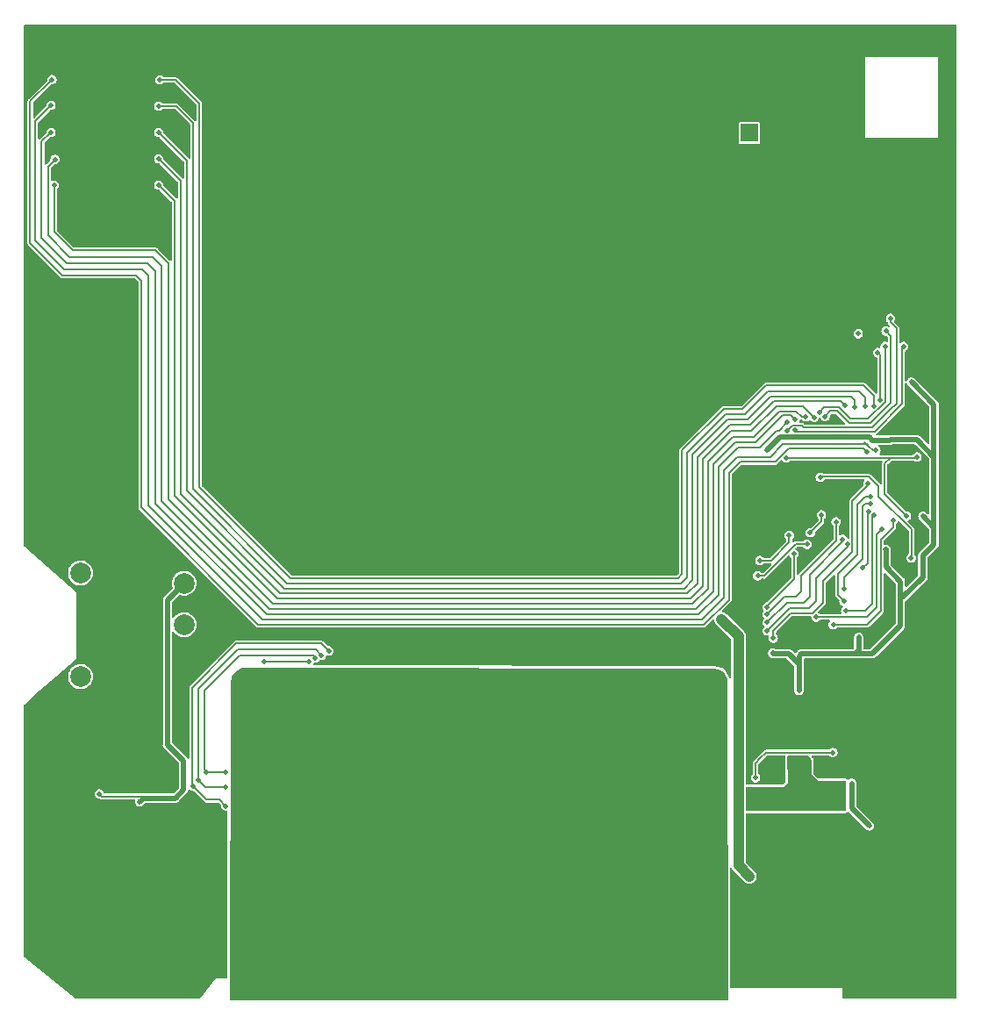
<source format=gtl>
%TF.GenerationSoftware,KiCad,Pcbnew,7.0.7*%
%TF.CreationDate,2023-11-03T00:36:18+00:00*%
%TF.ProjectId,mod-badge-mbr,6d6f642d-6261-4646-9765-2d6d62722e6b,rev?*%
%TF.SameCoordinates,Original*%
%TF.FileFunction,Copper,L1,Top*%
%TF.FilePolarity,Positive*%
%FSLAX46Y46*%
G04 Gerber Fmt 4.6, Leading zero omitted, Abs format (unit mm)*
G04 Created by KiCad (PCBNEW 7.0.7) date 2023-11-03 00:36:18*
%MOMM*%
%LPD*%
G01*
G04 APERTURE LIST*
%TA.AperFunction,NonConductor*%
%ADD10C,0.100000*%
%TD*%
%TA.AperFunction,ComponentPad*%
%ADD11R,1.700000X1.700000*%
%TD*%
%TA.AperFunction,ComponentPad*%
%ADD12C,1.700000*%
%TD*%
%TA.AperFunction,ComponentPad*%
%ADD13C,2.000000*%
%TD*%
%TA.AperFunction,ComponentPad*%
%ADD14O,1.000000X2.100000*%
%TD*%
%TA.AperFunction,ComponentPad*%
%ADD15O,1.000000X1.600000*%
%TD*%
%TA.AperFunction,ViaPad*%
%ADD16C,0.500000*%
%TD*%
%TA.AperFunction,ViaPad*%
%ADD17C,0.700000*%
%TD*%
%TA.AperFunction,Conductor*%
%ADD18C,0.127000*%
%TD*%
%TA.AperFunction,Conductor*%
%ADD19C,0.500000*%
%TD*%
%TA.AperFunction,Conductor*%
%ADD20C,1.000000*%
%TD*%
G04 APERTURE END LIST*
D10*
X66522600Y-62128400D02*
X67208400Y-62280800D01*
X67437000Y-62458600D01*
X67818000Y-63144400D01*
X67818000Y-63982600D01*
X67868800Y-94030800D01*
X19888200Y-94030800D01*
X19913600Y-63627000D01*
X20066000Y-62865000D01*
X20447000Y-62357000D01*
X21031200Y-62077600D01*
X21666200Y-62077600D01*
X66522600Y-62128400D01*
%TA.AperFunction,NonConductor*%
G36*
X66522600Y-62128400D02*
G01*
X67208400Y-62280800D01*
X67437000Y-62458600D01*
X67818000Y-63144400D01*
X67818000Y-63982600D01*
X67868800Y-94030800D01*
X19888200Y-94030800D01*
X19913600Y-63627000D01*
X20066000Y-62865000D01*
X20447000Y-62357000D01*
X21031200Y-62077600D01*
X21666200Y-62077600D01*
X66522600Y-62128400D01*
G37*
%TD.AperFunction*%
D11*
%TO.P,BT1,1,+*%
%TO.N,/VBAT_IN*%
X69993000Y-10443200D03*
D12*
%TO.P,BT1,2,-*%
%TO.N,GND*%
X69993000Y-21443200D03*
%TD*%
D13*
%TO.P,RV1,*%
%TO.N,*%
X5452000Y-52910200D03*
X5452000Y-62910200D03*
%TO.P,RV1,1,1*%
%TO.N,+3V3*%
X15452000Y-53910200D03*
%TO.P,RV1,2,2*%
%TO.N,Net-(U1-GPIO26_ADC0)*%
X15452000Y-57910200D03*
%TO.P,RV1,3,3*%
%TO.N,GND*%
X15452000Y-61910200D03*
%TD*%
D14*
%TO.P,J1,S1,SHIELD*%
%TO.N,GND*%
X88840400Y-86584400D03*
D15*
X88840400Y-90764400D03*
D14*
X80200400Y-86584400D03*
D15*
X80200400Y-90764400D03*
%TD*%
D16*
%TO.N,/3v3_boost*%
X78054200Y-70231000D03*
X70586600Y-72669400D03*
%TO.N,GND*%
X75615800Y-33883600D03*
X77749400Y-27482800D03*
X83997800Y-49758600D03*
X86690200Y-43154600D03*
X83032600Y-30276800D03*
X83388200Y-78689200D03*
X76149200Y-62077600D03*
X68681600Y-49250600D03*
X77038200Y-63474600D03*
X87731600Y-72288400D03*
X79349600Y-46482000D03*
X74295000Y-88188800D03*
X79476600Y-44424600D03*
X70205600Y-69596000D03*
X85623400Y-90779600D03*
X69367400Y-42799000D03*
X72517000Y-86512400D03*
X77571600Y-58928000D03*
X13300000Y-79000000D03*
X89077800Y-36576000D03*
X87528400Y-76022200D03*
X88265000Y-34340800D03*
X76098400Y-59766200D03*
X71247000Y-88239600D03*
X77901800Y-54000400D03*
X73279000Y-44805600D03*
X78384400Y-45491400D03*
X88671400Y-84531200D03*
X70053200Y-76885800D03*
X70612000Y-64236600D03*
X75539600Y-51435000D03*
X76962000Y-44627800D03*
X89128600Y-81762600D03*
X86868000Y-45491400D03*
X83413600Y-54102000D03*
X88214200Y-32207200D03*
X79781400Y-77470000D03*
X86080600Y-36931600D03*
X86950800Y-28617800D03*
X72923400Y-65608200D03*
X72618600Y-43332400D03*
X69799200Y-45923200D03*
X80800000Y-65100000D03*
X72669400Y-49631600D03*
X73177400Y-48107600D03*
X75474959Y-23968270D03*
X81508600Y-75819000D03*
X83566000Y-83845400D03*
X13400000Y-73500000D03*
X80391000Y-44424600D03*
X78816200Y-62026800D03*
X16100000Y-75100000D03*
X72161400Y-72720200D03*
X70408800Y-66852800D03*
X78384400Y-46532800D03*
X89077800Y-38506400D03*
X81280000Y-61925200D03*
X77851000Y-56362600D03*
X82829400Y-57912000D03*
X70800000Y-49300000D03*
X86791800Y-38201600D03*
X72796400Y-68630800D03*
X68554600Y-46583600D03*
X71551800Y-48158400D03*
X87020400Y-54432200D03*
X76758800Y-68402200D03*
X74193400Y-29921200D03*
X75692000Y-86639400D03*
X80111600Y-66471800D03*
X80289400Y-33578800D03*
X74168000Y-32283400D03*
X73253600Y-62331600D03*
X78486000Y-44424600D03*
X74777600Y-27813000D03*
X80289400Y-63703200D03*
X70662800Y-42824400D03*
X88265000Y-29768800D03*
X81407000Y-27228800D03*
X85700000Y-61000000D03*
X68681600Y-50698400D03*
X78324000Y-38255200D03*
X13400000Y-72100000D03*
X87172800Y-61036200D03*
X85166200Y-38455600D03*
X79730600Y-70027800D03*
X69723000Y-86563200D03*
X83413600Y-56108600D03*
X86639400Y-50165000D03*
X81508600Y-72085200D03*
X83058000Y-90728800D03*
X83591400Y-82448400D03*
X83591400Y-38557200D03*
X71196200Y-80543400D03*
X79333400Y-45482900D03*
X18000000Y-75800000D03*
X85013800Y-42621200D03*
X76962000Y-45669200D03*
X68554600Y-44983400D03*
X88265000Y-28016200D03*
X72110600Y-42824400D03*
X68580000Y-43535600D03*
X86791800Y-84353400D03*
X86156800Y-83286600D03*
%TO.N,+1V1*%
X73546200Y-41808400D03*
X86165000Y-41722600D03*
X85155600Y-47430000D03*
%TO.N,+3V3*%
X83561600Y-40098400D03*
X85623400Y-34493200D03*
X11168400Y-75013800D03*
X83142400Y-50632800D03*
X13843000Y-55519200D03*
X83159600Y-52324000D03*
X72237600Y-60629800D03*
X86735600Y-47443800D03*
X75006200Y-60706000D03*
X80543400Y-59131200D03*
X71717400Y-41088300D03*
X78333400Y-39814600D03*
X74777600Y-64262000D03*
X15392400Y-73837800D03*
X7264400Y-74218800D03*
X86156800Y-40048800D03*
X81882600Y-40098400D03*
%TO.N,/RUN*%
X85598000Y-51460400D03*
X76835000Y-43688000D03*
%TO.N,Net-(D1-A)*%
X70104000Y-74739500D03*
X77825600Y-75234800D03*
X70104000Y-74066400D03*
X74218800Y-72517000D03*
X74904600Y-72517000D03*
X75463400Y-75234800D03*
X76250800Y-75234800D03*
X77038200Y-75234800D03*
X78613000Y-75234800D03*
X75615800Y-72491600D03*
X70104000Y-75412600D03*
%TO.N,Net-(D2-K)*%
X79857600Y-73202800D03*
X81584800Y-77317600D03*
%TO.N,/SPI_1_SCK*%
X75869800Y-49022000D03*
X76936600Y-47294800D03*
%TO.N,/SPI_1_MISO*%
X74295000Y-51079400D03*
X71700000Y-56200000D03*
%TO.N,/MCU_SWCLK*%
X73634600Y-39192200D03*
X83616800Y-28346400D03*
%TO.N,/MCU_SWD*%
X84886800Y-31038800D03*
X74396600Y-39115500D03*
%TO.N,/QSPI_SS*%
X82778600Y-48717200D03*
X76428600Y-57175400D03*
%TO.N,Net-(U1-GPIO9)*%
X75565000Y-50139600D03*
X70800000Y-53200000D03*
%TO.N,Net-(U1-GPIO13)*%
X71000000Y-51700000D03*
X73837800Y-49276000D03*
D17*
%TO.N,/VBAT_IN*%
X67315700Y-57384300D03*
X70002400Y-82194400D03*
D16*
%TO.N,/I2S_BCLK*%
X83083400Y-31038800D03*
X76750100Y-37388800D03*
%TO.N,/I2S_LRC*%
X77292200Y-37812400D03*
X83185000Y-29565600D03*
%TO.N,/I2S_DIN*%
X82594473Y-36264873D03*
X82372200Y-31648400D03*
%TO.N,Net-(U1-GPIO26_ADC0)*%
X72300000Y-59200000D03*
X23200000Y-61500000D03*
X27500000Y-61500000D03*
X81432400Y-44272200D03*
%TO.N,/QSPI_SD3*%
X81686400Y-45542200D03*
X79121000Y-55626000D03*
%TO.N,/QSPI_SCLK*%
X81661000Y-46228000D03*
X79121000Y-54432200D03*
%TO.N,/QSPI_SD0*%
X81506058Y-46968689D03*
X80899000Y-52425600D03*
%TO.N,/QSPI_SD2*%
X82022817Y-47322900D03*
X79273400Y-56565800D03*
%TO.N,/QSPI_SD1*%
X83845400Y-47853600D03*
X78079600Y-57912000D03*
%TO.N,unconnected-(U5-EP-Pad17)*%
X80492600Y-29819600D03*
%TO.N,/SW1*%
X19477264Y-75399814D03*
X29400000Y-60420000D03*
X78359000Y-47988800D03*
X16300000Y-73500000D03*
X71700000Y-56900000D03*
%TO.N,/SW2*%
X71700000Y-58500000D03*
X17600000Y-72100000D03*
X79463610Y-50094144D03*
X28100000Y-61100000D03*
X19480021Y-72099983D03*
%TO.N,/SW3*%
X28700000Y-60860000D03*
X19478768Y-73599982D03*
X16800000Y-72900000D03*
X78995201Y-49678094D03*
X71700000Y-57700000D03*
%TO.N,/GP27*%
X13100000Y-5325000D03*
X82022972Y-36836372D03*
%TO.N,/GP28*%
X81300000Y-41200000D03*
X2700000Y-5300000D03*
%TO.N,/GP25*%
X81153000Y-36855400D03*
X13000000Y-7865000D03*
%TO.N,/GP29*%
X2600000Y-7800000D03*
X82200000Y-41100000D03*
%TO.N,/GP24*%
X13000000Y-10405000D03*
X80111600Y-36906200D03*
%TO.N,/GP16*%
X73660000Y-38379400D03*
X2600000Y-10400000D03*
%TO.N,/GP23*%
X13000000Y-12945000D03*
X79222600Y-36753800D03*
%TO.N,/GP17*%
X3000000Y-13000000D03*
X74396600Y-38100000D03*
%TO.N,/GP19*%
X13000000Y-15485000D03*
X76250800Y-37896800D03*
%TO.N,/GP18*%
X2900000Y-15500000D03*
X75438000Y-37846000D03*
%TD*%
D18*
%TO.N,/GP18*%
X12700000Y-21800000D02*
X4700000Y-21800000D01*
%TO.N,/GP24*%
X25100000Y-54400000D02*
X63700000Y-54400000D01*
%TO.N,/3v3_boost*%
X70586600Y-72669400D02*
X70586600Y-71247000D01*
X71043800Y-70789800D02*
X71602600Y-70231000D01*
X70586600Y-71247000D02*
X71043800Y-70789800D01*
X71602600Y-70231000D02*
X78054200Y-70231000D01*
%TO.N,+1V1*%
X86079200Y-41808400D02*
X86165000Y-41722600D01*
X73546200Y-41808400D02*
X83591400Y-41808400D01*
X85155600Y-47385800D02*
X83032600Y-45262800D01*
X83032600Y-45262800D02*
X83032600Y-42367200D01*
X83032600Y-42367200D02*
X83591400Y-41808400D01*
X85155600Y-47430000D02*
X85155600Y-47385800D01*
X83591400Y-41808400D02*
X86079200Y-41808400D01*
D19*
%TO.N,+3V3*%
X74777600Y-62153800D02*
X74777600Y-61696600D01*
X83561600Y-40098400D02*
X81882600Y-40098400D01*
X74777600Y-60934600D02*
X75006200Y-60706000D01*
X72313800Y-60706000D02*
X73787000Y-60706000D01*
X84556600Y-58013600D02*
X84556600Y-53721000D01*
D18*
X11531600Y-74472800D02*
X11531600Y-74650600D01*
D19*
X87807800Y-48996600D02*
X87807800Y-48516000D01*
X87807800Y-48516000D02*
X86735600Y-47443800D01*
D18*
X84505800Y-58064400D02*
X83489800Y-59080400D01*
D19*
X84556600Y-55321200D02*
X84734400Y-55321200D01*
D18*
X84556600Y-55321200D02*
X84556600Y-56083200D01*
D19*
X80187800Y-60706000D02*
X80543400Y-60350400D01*
X86735600Y-51237200D02*
X87807800Y-50165000D01*
X14579600Y-74650600D02*
X15392400Y-73837800D01*
X13843000Y-56845200D02*
X13843000Y-69519800D01*
X13843000Y-55519200D02*
X13843000Y-56845200D01*
X11168400Y-75013800D02*
X11531600Y-74650600D01*
X84556600Y-53721000D02*
X83159600Y-52324000D01*
X87807800Y-41699800D02*
X87807800Y-36677600D01*
X71717400Y-41088300D02*
X72986500Y-39819200D01*
X86156800Y-40048800D02*
X83611200Y-40048800D01*
X87807800Y-50165000D02*
X87807800Y-48996600D01*
X81882600Y-40098400D02*
X81598800Y-39814600D01*
X80543400Y-60350400D02*
X80543400Y-59131200D01*
X83611200Y-40048800D02*
X83561600Y-40098400D01*
X74777600Y-61696600D02*
X73787000Y-60706000D01*
D18*
X84556600Y-58013600D02*
X84505800Y-58064400D01*
D19*
X83159600Y-50650000D02*
X83142400Y-50632800D01*
X72986500Y-39819200D02*
X78328800Y-39819200D01*
X72237600Y-60629800D02*
X72313800Y-60706000D01*
X86735600Y-53320000D02*
X86735600Y-51237200D01*
X84734400Y-55321200D02*
X86735600Y-53320000D01*
D18*
X84556600Y-53721000D02*
X84556600Y-56083200D01*
D19*
X13843000Y-69519800D02*
X15392400Y-71069200D01*
X81864200Y-60706000D02*
X84556600Y-58013600D01*
X87807800Y-48996600D02*
X87807800Y-46371600D01*
X74777600Y-64262000D02*
X74777600Y-62153800D01*
D18*
X84556600Y-56083200D02*
X84556600Y-58013600D01*
D19*
X87807800Y-41699800D02*
X86156800Y-40048800D01*
X15452000Y-53910200D02*
X13843000Y-55519200D01*
X81598800Y-39814600D02*
X78333400Y-39814600D01*
X87807800Y-46371600D02*
X87807800Y-41699800D01*
X75006200Y-60706000D02*
X80187800Y-60706000D01*
X78328800Y-39819200D02*
X78333400Y-39814600D01*
X15392400Y-71069200D02*
X15392400Y-73837800D01*
D18*
X7518400Y-74472800D02*
X11531600Y-74472800D01*
D19*
X74777600Y-62153800D02*
X74777600Y-60934600D01*
X84556600Y-53721000D02*
X84556600Y-55321200D01*
X80187800Y-60706000D02*
X81864200Y-60706000D01*
X83159600Y-52324000D02*
X83159600Y-50650000D01*
X87807800Y-36677600D02*
X85623400Y-34493200D01*
X11531600Y-74650600D02*
X14579600Y-74650600D01*
D18*
X7264400Y-74218800D02*
X7518400Y-74472800D01*
%TO.N,/RUN*%
X81508600Y-43586400D02*
X76936600Y-43586400D01*
X76936600Y-43586400D02*
X76835000Y-43688000D01*
X82423000Y-45516800D02*
X82423000Y-44500800D01*
X85598000Y-51460400D02*
X85623400Y-51435000D01*
X85623400Y-48717200D02*
X82423000Y-45516800D01*
X85623400Y-51435000D02*
X85623400Y-48717200D01*
X82423000Y-44500800D02*
X81508600Y-43586400D01*
D19*
%TO.N,Net-(D2-K)*%
X79857600Y-75590400D02*
X81584800Y-77317600D01*
X79857600Y-73202800D02*
X79857600Y-75590400D01*
D18*
%TO.N,/SPI_1_SCK*%
X76936600Y-47955200D02*
X75869800Y-49022000D01*
X76936600Y-47294800D02*
X76936600Y-47955200D01*
%TO.N,/SPI_1_MISO*%
X71700000Y-56200000D02*
X71700000Y-56100000D01*
X74295000Y-53505000D02*
X74295000Y-51079400D01*
X71700000Y-56100000D02*
X74295000Y-53505000D01*
%TO.N,/MCU_SWCLK*%
X84175600Y-36537946D02*
X83572373Y-37141173D01*
X83572373Y-37141173D02*
X83635873Y-37077673D01*
X83616800Y-28346400D02*
X83616800Y-28727400D01*
X75061662Y-38675500D02*
X75248162Y-38862000D01*
X73634600Y-39192200D02*
X74151300Y-38675500D01*
X84175600Y-29286200D02*
X84175600Y-36537946D01*
X75248162Y-38862000D02*
X81851546Y-38862000D01*
X83616800Y-28727400D02*
X84175600Y-29286200D01*
X74151300Y-38675500D02*
X75061662Y-38675500D01*
X81851546Y-38862000D02*
X83572373Y-37141173D01*
%TO.N,/MCU_SWD*%
X84886800Y-31038800D02*
X84734400Y-31191200D01*
X82067400Y-39268400D02*
X74549500Y-39268400D01*
X84734400Y-31191200D02*
X84734400Y-36601400D01*
X84734400Y-36601400D02*
X82067400Y-39268400D01*
X74549500Y-39268400D02*
X74396600Y-39115500D01*
%TO.N,/QSPI_SS*%
X81305400Y-57175400D02*
X82270600Y-56210200D01*
X82270600Y-49225200D02*
X82778600Y-48717200D01*
X76428600Y-57175400D02*
X81305400Y-57175400D01*
X82270600Y-56210200D02*
X82270600Y-49225200D01*
%TO.N,Net-(U1-GPIO9)*%
X74447400Y-50139600D02*
X75565000Y-50139600D01*
X70800000Y-53200000D02*
X71387000Y-53200000D01*
X71387000Y-53200000D02*
X74447400Y-50139600D01*
%TO.N,Net-(U1-GPIO13)*%
X73837800Y-49961800D02*
X72099600Y-51700000D01*
X72099600Y-51700000D02*
X71000000Y-51700000D01*
X73837800Y-49276000D02*
X73837800Y-49961800D01*
D20*
%TO.N,/VBAT_IN*%
X67315700Y-57384300D02*
X68935600Y-59004200D01*
X68935600Y-81127600D02*
X70002400Y-82194400D01*
X68935600Y-59004200D02*
X68935600Y-81127600D01*
D18*
%TO.N,/I2S_BCLK*%
X77207300Y-36931600D02*
X78638400Y-36931600D01*
X81432400Y-38049200D02*
X83083400Y-36398200D01*
X83083400Y-36398200D02*
X83083400Y-31038800D01*
X76750100Y-37388800D02*
X77207300Y-36931600D01*
X79756000Y-38049200D02*
X81432400Y-38049200D01*
X78638400Y-36931600D02*
X79756000Y-38049200D01*
%TO.N,/I2S_LRC*%
X83642200Y-30022800D02*
X83185000Y-29565600D01*
X77817400Y-37287200D02*
X78460600Y-37287200D01*
X78460600Y-37287200D02*
X79603600Y-38430200D01*
X83642200Y-36474400D02*
X83642200Y-30022800D01*
X79603600Y-38430200D02*
X81686400Y-38430200D01*
X81686400Y-38430200D02*
X83642200Y-36474400D01*
X77292200Y-37812400D02*
X77817400Y-37287200D01*
%TO.N,/I2S_DIN*%
X82594473Y-36264873D02*
X82575400Y-36245800D01*
X82575400Y-36245800D02*
X82575400Y-31851600D01*
X82575400Y-31851600D02*
X82372200Y-31648400D01*
%TO.N,Net-(U1-GPIO26_ADC0)*%
X81432400Y-44424600D02*
X81432400Y-44272200D01*
X79904110Y-50880490D02*
X79904110Y-45952890D01*
X72300000Y-59200000D02*
X72300000Y-58500000D01*
X76098400Y-56794400D02*
X77114400Y-55778400D01*
X74005600Y-56794400D02*
X76098400Y-56794400D01*
X15462200Y-57900000D02*
X15452000Y-57910200D01*
X77114400Y-53670200D02*
X79904110Y-50880490D01*
X77114400Y-55778400D02*
X77114400Y-53670200D01*
X27500000Y-61500000D02*
X23200000Y-61500000D01*
X79904110Y-45952890D02*
X81432400Y-44424600D01*
X72300000Y-58500000D02*
X74005600Y-56794400D01*
%TO.N,/QSPI_SD3*%
X79121000Y-55626000D02*
X78511400Y-55016400D01*
X78511400Y-53035200D02*
X80391000Y-51155600D01*
X78511400Y-55016400D02*
X78511400Y-53035200D01*
X80391000Y-51155600D02*
X80391000Y-46329600D01*
X80391000Y-46329600D02*
X81178400Y-45542200D01*
X81178400Y-45542200D02*
X81686400Y-45542200D01*
%TO.N,/QSPI_SCLK*%
X79121000Y-54432200D02*
X79121000Y-53314600D01*
X80899000Y-51536600D02*
X80899000Y-46482000D01*
X80899000Y-46482000D02*
X81153000Y-46228000D01*
X79121000Y-53314600D02*
X80899000Y-51536600D01*
X81153000Y-46228000D02*
X81661000Y-46228000D01*
%TO.N,/QSPI_SD0*%
X80899000Y-52425600D02*
X81381600Y-51943000D01*
X81381600Y-47093147D02*
X81506058Y-46968689D01*
X81381600Y-51943000D02*
X81381600Y-47093147D01*
%TO.N,/QSPI_SD2*%
X81813400Y-55880000D02*
X81127600Y-56565800D01*
X81813400Y-47532317D02*
X81813400Y-55880000D01*
X81127600Y-56565800D02*
X79273400Y-56565800D01*
X82022817Y-47322900D02*
X81813400Y-47532317D01*
%TO.N,/QSPI_SD1*%
X81356200Y-57912000D02*
X82702400Y-56565800D01*
X83845400Y-48514000D02*
X83845400Y-47853600D01*
X82702400Y-56565800D02*
X82702400Y-49657000D01*
X78079600Y-57912000D02*
X81356200Y-57912000D01*
X82702400Y-49657000D02*
X83845400Y-48514000D01*
%TO.N,/SW1*%
X78359000Y-49784000D02*
X78359000Y-47988800D01*
X75006200Y-54693800D02*
X75006200Y-53136800D01*
X74505800Y-55194200D02*
X75006200Y-54693800D01*
X16200000Y-73400000D02*
X16300000Y-73500000D01*
X17600000Y-74800000D02*
X16300000Y-73500000D01*
X71700000Y-56900000D02*
X73405800Y-55194200D01*
X75006200Y-53136800D02*
X78359000Y-49784000D01*
X29400000Y-60420000D02*
X28680000Y-59700000D01*
X28680000Y-59700000D02*
X20500000Y-59700000D01*
X16200000Y-64000000D02*
X16200000Y-73400000D01*
X18877450Y-74800000D02*
X17600000Y-74800000D01*
X73405800Y-55194200D02*
X74505800Y-55194200D01*
X20500000Y-59700000D02*
X16200000Y-64000000D01*
X19477264Y-75399814D02*
X18877450Y-74800000D01*
%TO.N,/SW2*%
X28100000Y-61100000D02*
X27900000Y-60900000D01*
X76428600Y-55600600D02*
X76428600Y-53390800D01*
X27900000Y-60900000D02*
X20800000Y-60900000D01*
X17400000Y-71900000D02*
X17600000Y-72100000D01*
X19480038Y-72100000D02*
X19480021Y-72099983D01*
X75717400Y-56311800D02*
X76428600Y-55600600D01*
X76428600Y-53390800D02*
X79463610Y-50355790D01*
X71700000Y-58500000D02*
X73888200Y-56311800D01*
X17600000Y-72100000D02*
X19480038Y-72100000D01*
X79463610Y-50355790D02*
X79463610Y-50094144D01*
X17400000Y-64300000D02*
X17400000Y-71900000D01*
X20800000Y-60900000D02*
X17400000Y-64300000D01*
X73888200Y-56311800D02*
X75717400Y-56311800D01*
%TO.N,/SW3*%
X75800000Y-55200000D02*
X75800000Y-53105000D01*
X28140000Y-60300000D02*
X20600000Y-60300000D01*
X75200000Y-55800000D02*
X75800000Y-55200000D01*
X28700000Y-60860000D02*
X28140000Y-60300000D01*
X71700000Y-57700000D02*
X73600000Y-55800000D01*
X16800000Y-64100000D02*
X16800000Y-72900000D01*
X19478786Y-73600000D02*
X19478768Y-73599982D01*
X17500000Y-73600000D02*
X19478786Y-73600000D01*
X78995201Y-49909799D02*
X78995201Y-49678094D01*
X20600000Y-60300000D02*
X16800000Y-64100000D01*
X16800000Y-72900000D02*
X17500000Y-73600000D01*
X73600000Y-55800000D02*
X75200000Y-55800000D01*
X75800000Y-53105000D02*
X78995201Y-49909799D01*
%TO.N,/GP27*%
X63100000Y-53400000D02*
X63500000Y-53000000D01*
X63500000Y-53000000D02*
X63500000Y-41100000D01*
X67500000Y-37100000D02*
X69300000Y-37100000D01*
X71600000Y-34800000D02*
X80977200Y-34800000D01*
X82022972Y-35845772D02*
X82022972Y-36836372D01*
X16900000Y-7600000D02*
X16900000Y-44600000D01*
X14625000Y-5325000D02*
X16900000Y-7600000D01*
X63500000Y-41100000D02*
X67500000Y-37100000D01*
X69300000Y-37100000D02*
X71600000Y-34800000D01*
X80977200Y-34800000D02*
X82022972Y-35845772D01*
X16900000Y-44600000D02*
X25700000Y-53400000D01*
X25700000Y-53400000D02*
X63100000Y-53400000D01*
X13100000Y-5325000D02*
X14625000Y-5325000D01*
%TO.N,/GP28*%
X68000000Y-43300000D02*
X69100000Y-42200000D01*
X600000Y-21100000D02*
X3700000Y-24200000D01*
X73800000Y-40900000D02*
X81000000Y-40900000D01*
X3700000Y-24200000D02*
X10800000Y-24200000D01*
X68000000Y-55500000D02*
X68000000Y-43300000D01*
X10800000Y-24200000D02*
X11300000Y-24700000D01*
X11300000Y-24700000D02*
X11300000Y-46600000D01*
X81000000Y-40900000D02*
X81300000Y-41200000D01*
X65600000Y-57900000D02*
X68000000Y-55500000D01*
X22600000Y-57900000D02*
X65600000Y-57900000D01*
X2700000Y-5300000D02*
X600000Y-7400000D01*
X11300000Y-46600000D02*
X22600000Y-57900000D01*
X600000Y-7400000D02*
X600000Y-21100000D01*
X72500000Y-42200000D02*
X73800000Y-40900000D01*
X69100000Y-42200000D02*
X72500000Y-42200000D01*
%TO.N,/GP25*%
X25400000Y-53900000D02*
X63400000Y-53900000D01*
X16300000Y-9500000D02*
X16300000Y-44800000D01*
X71800000Y-35400000D02*
X80535800Y-35400000D01*
X64000000Y-41300000D02*
X67700000Y-37600000D01*
X16300000Y-44800000D02*
X25400000Y-53900000D01*
X14665000Y-7865000D02*
X16300000Y-9500000D01*
X67700000Y-37600000D02*
X69600000Y-37600000D01*
X64000000Y-53300000D02*
X64000000Y-41300000D01*
X80535800Y-35400000D02*
X81153000Y-36017200D01*
X63400000Y-53900000D02*
X64000000Y-53300000D01*
X13000000Y-7865000D02*
X14665000Y-7865000D01*
X69600000Y-37600000D02*
X71800000Y-35400000D01*
X81153000Y-36017200D02*
X81153000Y-36855400D01*
%TO.N,/GP29*%
X67500000Y-43040790D02*
X68840790Y-41700000D01*
X81900000Y-41100000D02*
X81500000Y-40700000D01*
X67500000Y-55300000D02*
X67500000Y-43040790D01*
X81300000Y-40500000D02*
X80400000Y-40500000D01*
X68840790Y-41700000D02*
X71400000Y-41700000D01*
X82200000Y-41100000D02*
X81900000Y-41100000D01*
X12000000Y-46400000D02*
X23000000Y-57400000D01*
X73800000Y-40500000D02*
X73200000Y-40500000D01*
X3900000Y-23600000D02*
X11400000Y-23600000D01*
X80400000Y-40500000D02*
X73800000Y-40500000D01*
X11400000Y-23600000D02*
X12000000Y-24200000D01*
X81500000Y-40700000D02*
X81300000Y-40500000D01*
X81500000Y-40700000D02*
X81100000Y-40300000D01*
X2600000Y-7800000D02*
X1100000Y-9300000D01*
X1100000Y-9300000D02*
X1100000Y-20800000D01*
X12000000Y-24200000D02*
X12000000Y-46400000D01*
X72000000Y-41700000D02*
X71400000Y-41700000D01*
X23000000Y-57400000D02*
X65400000Y-57400000D01*
X65400000Y-57400000D02*
X67500000Y-55300000D01*
X71400000Y-41700000D02*
X71200000Y-41700000D01*
X73200000Y-40500000D02*
X72000000Y-41700000D01*
X1100000Y-20800000D02*
X3900000Y-23600000D01*
%TO.N,/GP24*%
X69800000Y-38100000D02*
X72035200Y-35864800D01*
X72035200Y-35864800D02*
X79781400Y-35864800D01*
X64500000Y-41500000D02*
X67900000Y-38100000D01*
X63700000Y-54400000D02*
X64500000Y-53600000D01*
X67900000Y-38100000D02*
X69800000Y-38100000D01*
X79781400Y-35864800D02*
X80111600Y-36195000D01*
X15700000Y-45000000D02*
X25100000Y-54400000D01*
X64500000Y-53600000D02*
X64500000Y-41500000D01*
X13000000Y-10405000D02*
X15700000Y-13105000D01*
X15700000Y-13105000D02*
X15700000Y-45000000D01*
X80111600Y-36195000D02*
X80111600Y-36906200D01*
%TO.N,/GP16*%
X4100000Y-23000000D02*
X11900000Y-23000000D01*
X1700000Y-11300000D02*
X1700000Y-20600000D01*
X2600000Y-10400000D02*
X1700000Y-11300000D01*
X65100000Y-56900000D02*
X67000000Y-55000000D01*
X12700000Y-46200000D02*
X23400000Y-56900000D01*
X23400000Y-56900000D02*
X65100000Y-56900000D01*
X68900000Y-40800000D02*
X71000000Y-40800000D01*
X72839400Y-39200000D02*
X73660000Y-38379400D01*
X67000000Y-55000000D02*
X67000000Y-42700000D01*
X1700000Y-20600000D02*
X4100000Y-23000000D01*
X12700000Y-23800000D02*
X12700000Y-46200000D01*
X11900000Y-23000000D02*
X12700000Y-23800000D01*
X71000000Y-40800000D02*
X72600000Y-39200000D01*
X73660000Y-38379400D02*
X73660000Y-38176200D01*
X67000000Y-42700000D02*
X68900000Y-40800000D01*
X72600000Y-39200000D02*
X72839400Y-39200000D01*
%TO.N,/GP23*%
X68100000Y-38600000D02*
X70100000Y-38600000D01*
X78790800Y-36322000D02*
X79222600Y-36753800D01*
X65000000Y-41700000D02*
X68100000Y-38600000D01*
X24700000Y-54900000D02*
X64000000Y-54900000D01*
X65000000Y-53900000D02*
X65000000Y-41700000D01*
X64000000Y-54900000D02*
X65000000Y-53900000D01*
X15100000Y-15045000D02*
X15100000Y-45300000D01*
X72378000Y-36322000D02*
X78790800Y-36322000D01*
X70100000Y-38600000D02*
X72378000Y-36322000D01*
X15100000Y-45300000D02*
X24700000Y-54900000D01*
X13000000Y-12945000D02*
X15100000Y-15045000D01*
%TO.N,/GP17*%
X12400000Y-22400000D02*
X13300000Y-23300000D01*
X66500000Y-42400000D02*
X68600000Y-40300000D01*
X13300000Y-23300000D02*
X13300000Y-46000000D01*
X3000000Y-13000000D02*
X2300000Y-13700000D01*
X68600000Y-40300000D02*
X70600000Y-40300000D01*
X4400000Y-22400000D02*
X12400000Y-22400000D01*
X66500000Y-54700000D02*
X66500000Y-42400000D01*
X73200000Y-37700000D02*
X74000000Y-37700000D01*
X13300000Y-46000000D02*
X23700000Y-56400000D01*
X74000000Y-37700000D02*
X74396600Y-38096600D01*
X2300000Y-13700000D02*
X2300000Y-20300000D01*
X2300000Y-20300000D02*
X4400000Y-22400000D01*
X70600000Y-40300000D02*
X73200000Y-37700000D01*
X23700000Y-56400000D02*
X64800000Y-56400000D01*
X64800000Y-56400000D02*
X66500000Y-54700000D01*
X74396600Y-38096600D02*
X74396600Y-38100000D01*
%TO.N,/GP19*%
X70200000Y-39200000D02*
X68200000Y-39200000D01*
X65500000Y-54200000D02*
X64300000Y-55400000D01*
X76250800Y-37896800D02*
X75154000Y-36800000D01*
X64300000Y-55400000D02*
X24400000Y-55400000D01*
X14500000Y-45500000D02*
X14500000Y-17300000D01*
X14500000Y-17300000D02*
X14500000Y-17100000D01*
X68200000Y-39200000D02*
X65500000Y-41900000D01*
X14500000Y-16985000D02*
X14500000Y-17300000D01*
X75154000Y-36800000D02*
X72600000Y-36800000D01*
X13000000Y-15485000D02*
X14500000Y-16985000D01*
X72600000Y-36800000D02*
X70200000Y-39200000D01*
X65500000Y-41900000D02*
X65500000Y-54200000D01*
X24400000Y-55400000D02*
X14500000Y-45500000D01*
%TO.N,/GP18*%
X12700000Y-21800000D02*
X13900000Y-23000000D01*
X68350000Y-39800000D02*
X70400000Y-39800000D01*
X66000000Y-42150000D02*
X68350000Y-39800000D01*
X75046000Y-37846000D02*
X75438000Y-37846000D01*
X13900000Y-23000000D02*
X13900000Y-45800000D01*
X2900000Y-20000000D02*
X4700000Y-21800000D01*
X2900000Y-15500000D02*
X2900000Y-20000000D01*
X72900000Y-37300000D02*
X74500000Y-37300000D01*
X24000000Y-55900000D02*
X64500000Y-55900000D01*
X70400000Y-39800000D02*
X72900000Y-37300000D01*
X66000000Y-54400000D02*
X66000000Y-42150000D01*
X64500000Y-55900000D02*
X66000000Y-54400000D01*
X74500000Y-37300000D02*
X75046000Y-37846000D01*
X13900000Y-45800000D02*
X24000000Y-55900000D01*
%TD*%
%TA.AperFunction,Conductor*%
%TO.N,GND*%
G36*
X89958691Y-19407D02*
G01*
X89994655Y-68907D01*
X89999500Y-99500D01*
X89999500Y-93900500D01*
X89980593Y-93958691D01*
X89931093Y-93994655D01*
X89900500Y-93999500D01*
X79099500Y-93999500D01*
X79041309Y-93980593D01*
X79005345Y-93931093D01*
X79000500Y-93900500D01*
X79000500Y-93019787D01*
X79000527Y-93019651D01*
X79000539Y-93000002D01*
X79000541Y-93000000D01*
X79000383Y-92999617D01*
X79000382Y-92999616D01*
X79000100Y-92999500D01*
X79000001Y-92999459D01*
X78980418Y-92999459D01*
X78980212Y-92999500D01*
X68216389Y-92999500D01*
X68158198Y-92980593D01*
X68122234Y-92931093D01*
X68117389Y-92900667D01*
X68112485Y-89999929D01*
X68098004Y-81434871D01*
X68116813Y-81376653D01*
X68166252Y-81340605D01*
X68227437Y-81340502D01*
X68276998Y-81376382D01*
X68289570Y-81399601D01*
X68310781Y-81455528D01*
X68310783Y-81455534D01*
X68317829Y-81465741D01*
X68326629Y-81481343D01*
X68331720Y-81492654D01*
X68370198Y-81541768D01*
X68371969Y-81544176D01*
X68407414Y-81595525D01*
X68407417Y-81595529D01*
X68434783Y-81619773D01*
X68454108Y-81636894D01*
X68456286Y-81638944D01*
X68801809Y-81984466D01*
X69537033Y-82719690D01*
X69637343Y-82798278D01*
X69792468Y-82868095D01*
X69959794Y-82898758D01*
X70129596Y-82888486D01*
X70292006Y-82837878D01*
X70437585Y-82749872D01*
X70557872Y-82629585D01*
X70645878Y-82484006D01*
X70696486Y-82321596D01*
X70706758Y-82151794D01*
X70676095Y-81984468D01*
X70606278Y-81829343D01*
X70527690Y-81729033D01*
X69665096Y-80866439D01*
X69637319Y-80811922D01*
X69636100Y-80796435D01*
X69636100Y-76174300D01*
X69655007Y-76116109D01*
X69704507Y-76080145D01*
X69735100Y-76075300D01*
X79225196Y-76075300D01*
X79225200Y-76075300D01*
X79257344Y-76072770D01*
X79272640Y-76070347D01*
X79287938Y-76067925D01*
X79289074Y-76067731D01*
X79292487Y-76067152D01*
X79376583Y-76031208D01*
X79426083Y-75995244D01*
X79453828Y-75971003D01*
X79453829Y-75971000D01*
X79459694Y-75965877D01*
X79461279Y-75967691D01*
X79503225Y-75941333D01*
X79564272Y-75945446D01*
X79597423Y-75967327D01*
X81253614Y-77623518D01*
X81256023Y-77626105D01*
X81286751Y-77661567D01*
X81327671Y-77687865D01*
X81330291Y-77689671D01*
X81371914Y-77720391D01*
X81371916Y-77720391D01*
X81371918Y-77720393D01*
X81374875Y-77721427D01*
X81395724Y-77731599D01*
X81395731Y-77731604D01*
X81445691Y-77746273D01*
X81448028Y-77747024D01*
X81500101Y-77765246D01*
X81500103Y-77765246D01*
X81503240Y-77765840D01*
X81512970Y-77767425D01*
X81513019Y-77767092D01*
X81520028Y-77768100D01*
X81576359Y-77768100D01*
X81635810Y-77770325D01*
X81635816Y-77770323D01*
X81636397Y-77770258D01*
X81640714Y-77769373D01*
X81649572Y-77768100D01*
X81706550Y-77751370D01*
X81706549Y-77751370D01*
X81766987Y-77735176D01*
X81766992Y-77735172D01*
X81767231Y-77735068D01*
X81772497Y-77732228D01*
X81773854Y-77731608D01*
X81773869Y-77731604D01*
X81826418Y-77697832D01*
X81881975Y-77662924D01*
X81883143Y-77661567D01*
X81925792Y-77612007D01*
X81949177Y-77585017D01*
X81967682Y-77563663D01*
X81967682Y-77563661D01*
X81968858Y-77562305D01*
X81970401Y-77560235D01*
X81970550Y-77559996D01*
X81970558Y-77559988D01*
X81996183Y-77501253D01*
X82021497Y-77445826D01*
X82021498Y-77445818D01*
X82022940Y-77440906D01*
X82024768Y-77435875D01*
X82024863Y-77435520D01*
X82024865Y-77435516D01*
X82031694Y-77374897D01*
X82039933Y-77317600D01*
X82039933Y-77310514D01*
X82040550Y-77310514D01*
X82040510Y-77307971D01*
X82040347Y-77307978D01*
X82040070Y-77300563D01*
X82029297Y-77243625D01*
X82021498Y-77189378D01*
X82019502Y-77182580D01*
X82019570Y-77182559D01*
X82015056Y-77168357D01*
X82014824Y-77167129D01*
X81989844Y-77119865D01*
X81988581Y-77117299D01*
X81986750Y-77113291D01*
X81967682Y-77071537D01*
X81966425Y-77070086D01*
X81953721Y-77051519D01*
X81951366Y-77047063D01*
X81951364Y-77047061D01*
X81915984Y-77011680D01*
X81913576Y-77009094D01*
X81882851Y-76973634D01*
X81878053Y-76970551D01*
X81861575Y-76957272D01*
X80337096Y-75432793D01*
X80309319Y-75378276D01*
X80308100Y-75362789D01*
X80308100Y-73242101D01*
X80309108Y-73228010D01*
X80312733Y-73202800D01*
X80308577Y-73173897D01*
X80308214Y-73170570D01*
X80308100Y-73169055D01*
X80308100Y-73169038D01*
X80303303Y-73137214D01*
X80294297Y-73074574D01*
X80294296Y-73074572D01*
X80294272Y-73074403D01*
X80293023Y-73068756D01*
X80292948Y-73068514D01*
X80292552Y-73067692D01*
X80265486Y-73011488D01*
X80247224Y-72971500D01*
X80240483Y-72956738D01*
X80236685Y-72950828D01*
X80234290Y-72946548D01*
X80234024Y-72946157D01*
X80217543Y-72928395D01*
X80193054Y-72902002D01*
X80155649Y-72858833D01*
X80155647Y-72858832D01*
X80155645Y-72858829D01*
X80150299Y-72854196D01*
X80150605Y-72853842D01*
X80147469Y-72851215D01*
X80147456Y-72851232D01*
X80141656Y-72846607D01*
X80141655Y-72846606D01*
X80093165Y-72818610D01*
X80091154Y-72817384D01*
X80046669Y-72788796D01*
X80042482Y-72786884D01*
X80025957Y-72779808D01*
X80024045Y-72778704D01*
X80001835Y-72773634D01*
X79972756Y-72766997D01*
X79969832Y-72766235D01*
X79961229Y-72763709D01*
X79922376Y-72752300D01*
X79922372Y-72752300D01*
X79919516Y-72752300D01*
X79897487Y-72749818D01*
X79891644Y-72748484D01*
X79842590Y-72752161D01*
X79838889Y-72752300D01*
X79792824Y-72752300D01*
X79786455Y-72754171D01*
X79765967Y-72757903D01*
X79756223Y-72758633D01*
X79713606Y-72775358D01*
X79709469Y-72776774D01*
X79668530Y-72788796D01*
X79668524Y-72788798D01*
X79659761Y-72794430D01*
X79642416Y-72803298D01*
X79629807Y-72808247D01*
X79629802Y-72808250D01*
X79596678Y-72834665D01*
X79592577Y-72837606D01*
X79567704Y-72853593D01*
X79508530Y-72869150D01*
X79451512Y-72846954D01*
X79439625Y-72835449D01*
X79425405Y-72819174D01*
X79425404Y-72819173D01*
X79425403Y-72819172D01*
X79346893Y-72772264D01*
X79346891Y-72772263D01*
X79346889Y-72772262D01*
X79288699Y-72753356D01*
X79288700Y-72753356D01*
X79225203Y-72743300D01*
X79225200Y-72743300D01*
X76685541Y-72743300D01*
X76627350Y-72724393D01*
X76614064Y-72712799D01*
X76204423Y-72285346D01*
X76177812Y-72230250D01*
X76176900Y-72216847D01*
X76176900Y-70949198D01*
X76176623Y-70940087D01*
X76176623Y-70940086D01*
X76162455Y-70871097D01*
X76140058Y-70814159D01*
X76107453Y-70758745D01*
X76105697Y-70756613D01*
X76023609Y-70656935D01*
X76001212Y-70599997D01*
X76016560Y-70540767D01*
X76063790Y-70501871D01*
X76100030Y-70495000D01*
X77641647Y-70495000D01*
X77699838Y-70513907D01*
X77716466Y-70529169D01*
X77756149Y-70574965D01*
X77756151Y-70574967D01*
X77844138Y-70631513D01*
X77865131Y-70645004D01*
X77989428Y-70681500D01*
X77989430Y-70681500D01*
X78118970Y-70681500D01*
X78118972Y-70681500D01*
X78243269Y-70645004D01*
X78352249Y-70574967D01*
X78437082Y-70477063D01*
X78490897Y-70359226D01*
X78509333Y-70231000D01*
X78490897Y-70102774D01*
X78437082Y-69984937D01*
X78352249Y-69887033D01*
X78352248Y-69887032D01*
X78352247Y-69887031D01*
X78243273Y-69816998D01*
X78243270Y-69816996D01*
X78243269Y-69816996D01*
X78243266Y-69816995D01*
X78118974Y-69780500D01*
X78118972Y-69780500D01*
X77989428Y-69780500D01*
X77989425Y-69780500D01*
X77865133Y-69816995D01*
X77865126Y-69816998D01*
X77756151Y-69887032D01*
X77756149Y-69887034D01*
X77716466Y-69932831D01*
X77664070Y-69964427D01*
X77641647Y-69967000D01*
X71638353Y-69967000D01*
X71619040Y-69965098D01*
X71602600Y-69961828D01*
X71576598Y-69967000D01*
X71499592Y-69982316D01*
X71473600Y-69999684D01*
X71432271Y-70027299D01*
X71432262Y-70027305D01*
X71412267Y-70040666D01*
X71402956Y-70054600D01*
X71390647Y-70069597D01*
X71003712Y-70456534D01*
X70875509Y-70584738D01*
X70875510Y-70584738D01*
X70828735Y-70631513D01*
X70425202Y-71035044D01*
X70410206Y-71047352D01*
X70396269Y-71056665D01*
X70396266Y-71056668D01*
X70373380Y-71090918D01*
X70337917Y-71143991D01*
X70337916Y-71143994D01*
X70317428Y-71247000D01*
X70320698Y-71263440D01*
X70322600Y-71282753D01*
X70322600Y-72250717D01*
X70303693Y-72308908D01*
X70288967Y-72324952D01*
X70203717Y-72423338D01*
X70149902Y-72541174D01*
X70131467Y-72669397D01*
X70131467Y-72669402D01*
X70149902Y-72797625D01*
X70182567Y-72869150D01*
X70203718Y-72915463D01*
X70286923Y-73011488D01*
X70288552Y-73013368D01*
X70374738Y-73068756D01*
X70397531Y-73083404D01*
X70521828Y-73119900D01*
X70521830Y-73119900D01*
X70651370Y-73119900D01*
X70651372Y-73119900D01*
X70775669Y-73083404D01*
X70884649Y-73013367D01*
X70969482Y-72915463D01*
X71023297Y-72797626D01*
X71041733Y-72669400D01*
X71038784Y-72648891D01*
X71023297Y-72541174D01*
X71010881Y-72513987D01*
X70969482Y-72423337D01*
X70884649Y-72325433D01*
X70884648Y-72325432D01*
X70880012Y-72320082D01*
X70880975Y-72319247D01*
X70853172Y-72273135D01*
X70850600Y-72250717D01*
X70850600Y-71397359D01*
X70869507Y-71339168D01*
X70879590Y-71327361D01*
X71248862Y-70958090D01*
X71248861Y-70958090D01*
X71682956Y-70523996D01*
X71737473Y-70496219D01*
X71752960Y-70495000D01*
X73356523Y-70495000D01*
X73414714Y-70513907D01*
X73450678Y-70563407D01*
X73455519Y-70593057D01*
X73478691Y-73026132D01*
X73460338Y-73084500D01*
X73449699Y-73097079D01*
X73223746Y-73323032D01*
X73169229Y-73350809D01*
X73153059Y-73352026D01*
X70413781Y-73333134D01*
X69737193Y-73328468D01*
X69737191Y-73328468D01*
X69737178Y-73328468D01*
X69738361Y-73328429D01*
X69679579Y-73311449D01*
X69642004Y-73263160D01*
X69636100Y-73229483D01*
X69636100Y-59026858D01*
X69636189Y-59023892D01*
X69639958Y-58961594D01*
X69628704Y-58900185D01*
X69628260Y-58897270D01*
X69620740Y-58835328D01*
X69616341Y-58823729D01*
X69611531Y-58806474D01*
X69609295Y-58794269D01*
X69583675Y-58737345D01*
X69582547Y-58734621D01*
X69560418Y-58676270D01*
X69553368Y-58666056D01*
X69544565Y-58650447D01*
X69539478Y-58639145D01*
X69539478Y-58639144D01*
X69500996Y-58590026D01*
X69499230Y-58587625D01*
X69469732Y-58544890D01*
X69463783Y-58536271D01*
X69417076Y-58494893D01*
X69414904Y-58492847D01*
X68598247Y-57676191D01*
X67781067Y-56859010D01*
X67680757Y-56780422D01*
X67577813Y-56734090D01*
X67525633Y-56710605D01*
X67525628Y-56710604D01*
X67404487Y-56688404D01*
X67350657Y-56659318D01*
X67324205Y-56604146D01*
X67335234Y-56543963D01*
X67352325Y-56521025D01*
X68161402Y-55711948D01*
X68176401Y-55699640D01*
X68190333Y-55690333D01*
X68200393Y-55675275D01*
X68200400Y-55675268D01*
X68238415Y-55618375D01*
X68248683Y-55603008D01*
X68264000Y-55526002D01*
X68264000Y-55526001D01*
X68269172Y-55500000D01*
X68265902Y-55483558D01*
X68264000Y-55464246D01*
X68264000Y-43450360D01*
X68282907Y-43392169D01*
X68292996Y-43380356D01*
X69180356Y-42492996D01*
X69234873Y-42465219D01*
X69250360Y-42464000D01*
X72464247Y-42464000D01*
X72483560Y-42465902D01*
X72500000Y-42469172D01*
X72603008Y-42448683D01*
X72668290Y-42405062D01*
X72688909Y-42391285D01*
X72688914Y-42391281D01*
X72690333Y-42390333D01*
X72699643Y-42376397D01*
X72711950Y-42361400D01*
X73021080Y-42052270D01*
X73075595Y-42024495D01*
X73136027Y-42034066D01*
X73165901Y-42057444D01*
X73234492Y-42136604D01*
X73248152Y-42152368D01*
X73357126Y-42222401D01*
X73357131Y-42222404D01*
X73481428Y-42258900D01*
X73481430Y-42258900D01*
X73610970Y-42258900D01*
X73610972Y-42258900D01*
X73735269Y-42222404D01*
X73844249Y-42152367D01*
X73858806Y-42135566D01*
X73883934Y-42106569D01*
X73936330Y-42074973D01*
X73958753Y-42072400D01*
X82726853Y-42072400D01*
X82785044Y-42091307D01*
X82821008Y-42140807D01*
X82821008Y-42201993D01*
X82809168Y-42226402D01*
X82783917Y-42264191D01*
X82783916Y-42264194D01*
X82763428Y-42367200D01*
X82766698Y-42383640D01*
X82768600Y-42402953D01*
X82768600Y-44228997D01*
X82749693Y-44287188D01*
X82700193Y-44323152D01*
X82639007Y-44323152D01*
X82614598Y-44311312D01*
X82599400Y-44301157D01*
X82584398Y-44288846D01*
X81720551Y-43424999D01*
X81708245Y-43410004D01*
X81698933Y-43396067D01*
X81693099Y-43392169D01*
X81611608Y-43337717D01*
X81611605Y-43337716D01*
X81534602Y-43322400D01*
X81508600Y-43317228D01*
X81508599Y-43317228D01*
X81492160Y-43320498D01*
X81472847Y-43322400D01*
X77128456Y-43322400D01*
X77074933Y-43306684D01*
X77024073Y-43273998D01*
X77024070Y-43273996D01*
X77024069Y-43273996D01*
X77024066Y-43273995D01*
X76899774Y-43237500D01*
X76899772Y-43237500D01*
X76770228Y-43237500D01*
X76770225Y-43237500D01*
X76645933Y-43273995D01*
X76645926Y-43273998D01*
X76536952Y-43344031D01*
X76452117Y-43441938D01*
X76398302Y-43559774D01*
X76379867Y-43687997D01*
X76379867Y-43688002D01*
X76398302Y-43816225D01*
X76440340Y-43908274D01*
X76452118Y-43934063D01*
X76531900Y-44026138D01*
X76536952Y-44031968D01*
X76645926Y-44102001D01*
X76645931Y-44102004D01*
X76770228Y-44138500D01*
X76770230Y-44138500D01*
X76899770Y-44138500D01*
X76899772Y-44138500D01*
X77024069Y-44102004D01*
X77133049Y-44031967D01*
X77217882Y-43934063D01*
X77229660Y-43908272D01*
X77271032Y-43863196D01*
X77319713Y-43850400D01*
X80985015Y-43850400D01*
X81043206Y-43869307D01*
X81079170Y-43918807D01*
X81079170Y-43979993D01*
X81059836Y-44014229D01*
X81051531Y-44023813D01*
X81049517Y-44026138D01*
X80995702Y-44143974D01*
X80977267Y-44272197D01*
X80977267Y-44272202D01*
X80995702Y-44400425D01*
X80997697Y-44407219D01*
X80995712Y-44407801D01*
X81001560Y-44458766D01*
X80974536Y-44509110D01*
X79742710Y-45740936D01*
X79727713Y-45753244D01*
X79713779Y-45762555D01*
X79713776Y-45762558D01*
X79690890Y-45796808D01*
X79655427Y-45849881D01*
X79655426Y-45849884D01*
X79634938Y-45952890D01*
X79638208Y-45969330D01*
X79640110Y-45988643D01*
X79640110Y-49545455D01*
X79621203Y-49603646D01*
X79571703Y-49639610D01*
X79535462Y-49642725D01*
X79535462Y-49643644D01*
X79531165Y-49643644D01*
X79529829Y-49643210D01*
X79527039Y-49643450D01*
X79521391Y-49642639D01*
X79521688Y-49640565D01*
X79472974Y-49624737D01*
X79437010Y-49575237D01*
X79433172Y-49558731D01*
X79431898Y-49549868D01*
X79378083Y-49432031D01*
X79293250Y-49334127D01*
X79293249Y-49334126D01*
X79293248Y-49334125D01*
X79184274Y-49264092D01*
X79184271Y-49264090D01*
X79184270Y-49264090D01*
X79184267Y-49264089D01*
X79059975Y-49227594D01*
X79059973Y-49227594D01*
X78930429Y-49227594D01*
X78930426Y-49227594D01*
X78806134Y-49264089D01*
X78806128Y-49264091D01*
X78775522Y-49283761D01*
X78716346Y-49299314D01*
X78659330Y-49277115D01*
X78626252Y-49225642D01*
X78623000Y-49200476D01*
X78623000Y-48407482D01*
X78641907Y-48349291D01*
X78656647Y-48333230D01*
X78657047Y-48332768D01*
X78657049Y-48332767D01*
X78741882Y-48234863D01*
X78795697Y-48117026D01*
X78814133Y-47988800D01*
X78813130Y-47981826D01*
X78795697Y-47860574D01*
X78764522Y-47792311D01*
X78741882Y-47742737D01*
X78657049Y-47644833D01*
X78657048Y-47644832D01*
X78657047Y-47644831D01*
X78548073Y-47574798D01*
X78548070Y-47574796D01*
X78548069Y-47574796D01*
X78548066Y-47574795D01*
X78423774Y-47538300D01*
X78423772Y-47538300D01*
X78294228Y-47538300D01*
X78294225Y-47538300D01*
X78169933Y-47574795D01*
X78169926Y-47574798D01*
X78060952Y-47644831D01*
X77976117Y-47742738D01*
X77922302Y-47860574D01*
X77903867Y-47988797D01*
X77903867Y-47988802D01*
X77922302Y-48117025D01*
X77942048Y-48160261D01*
X77976118Y-48234863D01*
X78003704Y-48266700D01*
X78065588Y-48338118D01*
X78064625Y-48338952D01*
X78092428Y-48385062D01*
X78095000Y-48407482D01*
X78095000Y-49633639D01*
X78076093Y-49691830D01*
X78066004Y-49703643D01*
X74844800Y-52924846D01*
X74829803Y-52937154D01*
X74815869Y-52946465D01*
X74815866Y-52946468D01*
X74792980Y-52980718D01*
X74757517Y-53033791D01*
X74757516Y-53033794D01*
X74755098Y-53045952D01*
X74725202Y-53099336D01*
X74669637Y-53124953D01*
X74609627Y-53113016D01*
X74568094Y-53068087D01*
X74559000Y-53026639D01*
X74559000Y-51498082D01*
X74577907Y-51439891D01*
X74592647Y-51423830D01*
X74593047Y-51423368D01*
X74593049Y-51423367D01*
X74677882Y-51325463D01*
X74731697Y-51207626D01*
X74742232Y-51134356D01*
X74750133Y-51079402D01*
X74750133Y-51079397D01*
X74731697Y-50951174D01*
X74731696Y-50951173D01*
X74677882Y-50833337D01*
X74593049Y-50735433D01*
X74593048Y-50735432D01*
X74593047Y-50735431D01*
X74484069Y-50665396D01*
X74483938Y-50665336D01*
X74483848Y-50665254D01*
X74478113Y-50661568D01*
X74478751Y-50660574D01*
X74438864Y-50623959D01*
X74426719Y-50563991D01*
X74452142Y-50508338D01*
X74455070Y-50505282D01*
X74527757Y-50432596D01*
X74582274Y-50404819D01*
X74597760Y-50403600D01*
X75152447Y-50403600D01*
X75210638Y-50422507D01*
X75227266Y-50437769D01*
X75266949Y-50483565D01*
X75266951Y-50483567D01*
X75305733Y-50508491D01*
X75375931Y-50553604D01*
X75500228Y-50590100D01*
X75500230Y-50590100D01*
X75629770Y-50590100D01*
X75629772Y-50590100D01*
X75754069Y-50553604D01*
X75863049Y-50483567D01*
X75947882Y-50385663D01*
X76001697Y-50267826D01*
X76014304Y-50180144D01*
X76020133Y-50139602D01*
X76020133Y-50139597D01*
X76001697Y-50011374D01*
X75967908Y-49937388D01*
X75947882Y-49893537D01*
X75863049Y-49795633D01*
X75863048Y-49795632D01*
X75863047Y-49795631D01*
X75754073Y-49725598D01*
X75754070Y-49725596D01*
X75754069Y-49725596D01*
X75754066Y-49725595D01*
X75629774Y-49689100D01*
X75629772Y-49689100D01*
X75500228Y-49689100D01*
X75500225Y-49689100D01*
X75375933Y-49725595D01*
X75375926Y-49725598D01*
X75266951Y-49795632D01*
X75266949Y-49795634D01*
X75227266Y-49841431D01*
X75174870Y-49873027D01*
X75152447Y-49875600D01*
X74483148Y-49875600D01*
X74463835Y-49873698D01*
X74447400Y-49870429D01*
X74447399Y-49870429D01*
X74426227Y-49874639D01*
X74426219Y-49874641D01*
X74344394Y-49890916D01*
X74344391Y-49890917D01*
X74255802Y-49950112D01*
X74196914Y-49966721D01*
X74139510Y-49945544D01*
X74105517Y-49894670D01*
X74101800Y-49867797D01*
X74101800Y-49694682D01*
X74120707Y-49636491D01*
X74135447Y-49620430D01*
X74135847Y-49619968D01*
X74135849Y-49619967D01*
X74220682Y-49522063D01*
X74274497Y-49404226D01*
X74292933Y-49276000D01*
X74291220Y-49264089D01*
X74274497Y-49147774D01*
X74274497Y-49147773D01*
X74220682Y-49029937D01*
X74213806Y-49022002D01*
X75414667Y-49022002D01*
X75433102Y-49150225D01*
X75485104Y-49264091D01*
X75486918Y-49268063D01*
X75544162Y-49334127D01*
X75571752Y-49365968D01*
X75674549Y-49432031D01*
X75680731Y-49436004D01*
X75805028Y-49472500D01*
X75805030Y-49472500D01*
X75934570Y-49472500D01*
X75934572Y-49472500D01*
X76058869Y-49436004D01*
X76167849Y-49365967D01*
X76252682Y-49268063D01*
X76306497Y-49150226D01*
X76324933Y-49022000D01*
X76321705Y-48999551D01*
X76332137Y-48939263D01*
X76349690Y-48915460D01*
X77098001Y-48167149D01*
X77112991Y-48154848D01*
X77126933Y-48145533D01*
X77185283Y-48058208D01*
X77200600Y-47981202D01*
X77200600Y-47981198D01*
X77205771Y-47955200D01*
X77202501Y-47938760D01*
X77200600Y-47919461D01*
X77200600Y-47713481D01*
X77219508Y-47655291D01*
X77234246Y-47639230D01*
X77234644Y-47638769D01*
X77234649Y-47638767D01*
X77319482Y-47540863D01*
X77373297Y-47423026D01*
X77388191Y-47319437D01*
X77391733Y-47294802D01*
X77391733Y-47294797D01*
X77373297Y-47166574D01*
X77342817Y-47099833D01*
X77319482Y-47048737D01*
X77234649Y-46950833D01*
X77234648Y-46950832D01*
X77234647Y-46950831D01*
X77125673Y-46880798D01*
X77125670Y-46880796D01*
X77125669Y-46880796D01*
X77107336Y-46875413D01*
X77001374Y-46844300D01*
X77001372Y-46844300D01*
X76871828Y-46844300D01*
X76871825Y-46844300D01*
X76747533Y-46880795D01*
X76747526Y-46880798D01*
X76638552Y-46950831D01*
X76553717Y-47048738D01*
X76499902Y-47166574D01*
X76481467Y-47294797D01*
X76481467Y-47294802D01*
X76499902Y-47423025D01*
X76553717Y-47540863D01*
X76553718Y-47540863D01*
X76611491Y-47607538D01*
X76643188Y-47644118D01*
X76642225Y-47644952D01*
X76670028Y-47691062D01*
X76672600Y-47713483D01*
X76672599Y-47804840D01*
X76653691Y-47863031D01*
X76643603Y-47874843D01*
X75975943Y-48542504D01*
X75921426Y-48570281D01*
X75905939Y-48571500D01*
X75805025Y-48571500D01*
X75680733Y-48607995D01*
X75680726Y-48607998D01*
X75571752Y-48678031D01*
X75486917Y-48775938D01*
X75433102Y-48893774D01*
X75414667Y-49021997D01*
X75414667Y-49022002D01*
X74213806Y-49022002D01*
X74135849Y-48932033D01*
X74135848Y-48932032D01*
X74135847Y-48932031D01*
X74026873Y-48861998D01*
X74026870Y-48861996D01*
X74026869Y-48861996D01*
X74026866Y-48861995D01*
X73902574Y-48825500D01*
X73902572Y-48825500D01*
X73773028Y-48825500D01*
X73773025Y-48825500D01*
X73648733Y-48861995D01*
X73648726Y-48861998D01*
X73539752Y-48932031D01*
X73454917Y-49029938D01*
X73401102Y-49147774D01*
X73382667Y-49275997D01*
X73382667Y-49276002D01*
X73401102Y-49404225D01*
X73454918Y-49522063D01*
X73544388Y-49625318D01*
X73543425Y-49626152D01*
X73571228Y-49672262D01*
X73573800Y-49694682D01*
X73573800Y-49811439D01*
X73554893Y-49869630D01*
X73544804Y-49881443D01*
X72019244Y-51407004D01*
X71964727Y-51434781D01*
X71949240Y-51436000D01*
X71412553Y-51436000D01*
X71354362Y-51417093D01*
X71337734Y-51401831D01*
X71298050Y-51356034D01*
X71298048Y-51356032D01*
X71189073Y-51285998D01*
X71189070Y-51285996D01*
X71189069Y-51285996D01*
X71189066Y-51285995D01*
X71064774Y-51249500D01*
X71064772Y-51249500D01*
X70935228Y-51249500D01*
X70935225Y-51249500D01*
X70810933Y-51285995D01*
X70810926Y-51285998D01*
X70701952Y-51356031D01*
X70617117Y-51453938D01*
X70563302Y-51571774D01*
X70544867Y-51699997D01*
X70544867Y-51700002D01*
X70563302Y-51828225D01*
X70598393Y-51905061D01*
X70617118Y-51946063D01*
X70701949Y-52043965D01*
X70701952Y-52043968D01*
X70810926Y-52114001D01*
X70810931Y-52114004D01*
X70935228Y-52150500D01*
X70935230Y-52150500D01*
X71064770Y-52150500D01*
X71064772Y-52150500D01*
X71189069Y-52114004D01*
X71298049Y-52043967D01*
X71312606Y-52027166D01*
X71337734Y-51998169D01*
X71390130Y-51966573D01*
X71412553Y-51964000D01*
X72010640Y-51964000D01*
X72068831Y-51982907D01*
X72104795Y-52032407D01*
X72104795Y-52093593D01*
X72080644Y-52133004D01*
X71306644Y-52907004D01*
X71252127Y-52934781D01*
X71236640Y-52936000D01*
X71212553Y-52936000D01*
X71154362Y-52917093D01*
X71137734Y-52901831D01*
X71098050Y-52856034D01*
X71098048Y-52856032D01*
X70989073Y-52785998D01*
X70989070Y-52785996D01*
X70989069Y-52785996D01*
X70989066Y-52785995D01*
X70864774Y-52749500D01*
X70864772Y-52749500D01*
X70735228Y-52749500D01*
X70735225Y-52749500D01*
X70610933Y-52785995D01*
X70610926Y-52785998D01*
X70501952Y-52856031D01*
X70417117Y-52953938D01*
X70363302Y-53071774D01*
X70344867Y-53199997D01*
X70344867Y-53200002D01*
X70363302Y-53328225D01*
X70407020Y-53423952D01*
X70417118Y-53446063D01*
X70492346Y-53532882D01*
X70501952Y-53543968D01*
X70610926Y-53614001D01*
X70610931Y-53614004D01*
X70735228Y-53650500D01*
X70735230Y-53650500D01*
X70864770Y-53650500D01*
X70864772Y-53650500D01*
X70989069Y-53614004D01*
X71098049Y-53543967D01*
X71120836Y-53517669D01*
X71137734Y-53498169D01*
X71190130Y-53466573D01*
X71212553Y-53464000D01*
X71351247Y-53464000D01*
X71370560Y-53465902D01*
X71387000Y-53469172D01*
X71490008Y-53448683D01*
X71555290Y-53405062D01*
X71575909Y-53391285D01*
X71575914Y-53391281D01*
X71577333Y-53390333D01*
X71586643Y-53376397D01*
X71598950Y-53361400D01*
X73724380Y-51235970D01*
X73778895Y-51208195D01*
X73839327Y-51217766D01*
X73882592Y-51261031D01*
X73884435Y-51264848D01*
X73912118Y-51325464D01*
X74001588Y-51428718D01*
X74000625Y-51429552D01*
X74028428Y-51475662D01*
X74031000Y-51498082D01*
X74031000Y-53354640D01*
X74012093Y-53412831D01*
X74002004Y-53424644D01*
X71706144Y-55720504D01*
X71651627Y-55748281D01*
X71636140Y-55749500D01*
X71635225Y-55749500D01*
X71510933Y-55785995D01*
X71510926Y-55785998D01*
X71401952Y-55856031D01*
X71317117Y-55953938D01*
X71263302Y-56071774D01*
X71244867Y-56199997D01*
X71244867Y-56200002D01*
X71263302Y-56328225D01*
X71317118Y-56446063D01*
X71351003Y-56485170D01*
X71374820Y-56541530D01*
X71360961Y-56601125D01*
X71351003Y-56614830D01*
X71317118Y-56653936D01*
X71263302Y-56771774D01*
X71244867Y-56899997D01*
X71244867Y-56900002D01*
X71263302Y-57028225D01*
X71298393Y-57105061D01*
X71317118Y-57146063D01*
X71375588Y-57213542D01*
X71394328Y-57235169D01*
X71418145Y-57291529D01*
X71404286Y-57351124D01*
X71394330Y-57364828D01*
X71342986Y-57424083D01*
X71317117Y-57453938D01*
X71263302Y-57571774D01*
X71244867Y-57699997D01*
X71244867Y-57700002D01*
X71263302Y-57828225D01*
X71314921Y-57941252D01*
X71317118Y-57946063D01*
X71394328Y-58035169D01*
X71418145Y-58091529D01*
X71404286Y-58151124D01*
X71394330Y-58164828D01*
X71354086Y-58211273D01*
X71317117Y-58253938D01*
X71263302Y-58371774D01*
X71244867Y-58499997D01*
X71244867Y-58500002D01*
X71263302Y-58628225D01*
X71317117Y-58746061D01*
X71317118Y-58746063D01*
X71394467Y-58835330D01*
X71401952Y-58843968D01*
X71510926Y-58914001D01*
X71510931Y-58914004D01*
X71635228Y-58950500D01*
X71635230Y-58950500D01*
X71766663Y-58950500D01*
X71824854Y-58969407D01*
X71860818Y-59018907D01*
X71861471Y-59064356D01*
X71864310Y-59064765D01*
X71844867Y-59199997D01*
X71844867Y-59200002D01*
X71863302Y-59328225D01*
X71910160Y-59430828D01*
X71917118Y-59446063D01*
X71984306Y-59523603D01*
X72001952Y-59543968D01*
X72110926Y-59614001D01*
X72110931Y-59614004D01*
X72235228Y-59650500D01*
X72235230Y-59650500D01*
X72364770Y-59650500D01*
X72364772Y-59650500D01*
X72489069Y-59614004D01*
X72598049Y-59543967D01*
X72682882Y-59446063D01*
X72736697Y-59328226D01*
X72755133Y-59200000D01*
X72736697Y-59071774D01*
X72682882Y-58953937D01*
X72598049Y-58856033D01*
X72598048Y-58856032D01*
X72593412Y-58850682D01*
X72594375Y-58849847D01*
X72566572Y-58803735D01*
X72564000Y-58781317D01*
X72564000Y-58650360D01*
X72582907Y-58592169D01*
X72592996Y-58580356D01*
X74085957Y-57087396D01*
X74140474Y-57059619D01*
X74155961Y-57058400D01*
X75876037Y-57058400D01*
X75934228Y-57077307D01*
X75970192Y-57126807D01*
X75974029Y-57171490D01*
X75973467Y-57175398D01*
X75973467Y-57175402D01*
X75991902Y-57303625D01*
X76026993Y-57380461D01*
X76045718Y-57421463D01*
X76130549Y-57519365D01*
X76130552Y-57519368D01*
X76212098Y-57571774D01*
X76239531Y-57589404D01*
X76363828Y-57625900D01*
X76363830Y-57625900D01*
X76493370Y-57625900D01*
X76493372Y-57625900D01*
X76617669Y-57589404D01*
X76726649Y-57519367D01*
X76754455Y-57487277D01*
X76766334Y-57473569D01*
X76818730Y-57441973D01*
X76841153Y-57439400D01*
X77676233Y-57439400D01*
X77734424Y-57458307D01*
X77770388Y-57507807D01*
X77770388Y-57568993D01*
X77751054Y-57603228D01*
X77731411Y-57625899D01*
X77696717Y-57665938D01*
X77642902Y-57783774D01*
X77624467Y-57911997D01*
X77624467Y-57912002D01*
X77642902Y-58040225D01*
X77672513Y-58105062D01*
X77696718Y-58158063D01*
X77779792Y-58253937D01*
X77781552Y-58255968D01*
X77890526Y-58326001D01*
X77890531Y-58326004D01*
X78014828Y-58362500D01*
X78014830Y-58362500D01*
X78144370Y-58362500D01*
X78144372Y-58362500D01*
X78268669Y-58326004D01*
X78377649Y-58255967D01*
X78403198Y-58226482D01*
X78417334Y-58210169D01*
X78469730Y-58178573D01*
X78492153Y-58176000D01*
X81320447Y-58176000D01*
X81339760Y-58177902D01*
X81356200Y-58181172D01*
X81459208Y-58160683D01*
X81524490Y-58117062D01*
X81545109Y-58103285D01*
X81545114Y-58103281D01*
X81546533Y-58102333D01*
X81555843Y-58088397D01*
X81568150Y-58073400D01*
X82863801Y-56777749D01*
X82878791Y-56765448D01*
X82892733Y-56756133D01*
X82951083Y-56668808D01*
X82966400Y-56591802D01*
X82966400Y-56591798D01*
X82971571Y-56565800D01*
X82971570Y-56565797D01*
X82968302Y-56549363D01*
X82966400Y-56530051D01*
X82966400Y-53006912D01*
X82985307Y-52948721D01*
X83034807Y-52912757D01*
X83095993Y-52912757D01*
X83135404Y-52936908D01*
X84077105Y-53878609D01*
X84104881Y-53933124D01*
X84106100Y-53948611D01*
X84106100Y-55259284D01*
X84103618Y-55281313D01*
X84102285Y-55287154D01*
X84102284Y-55287154D01*
X84105961Y-55336209D01*
X84106100Y-55339910D01*
X84106100Y-57785988D01*
X84087193Y-57844179D01*
X84077104Y-57855992D01*
X81706593Y-60226504D01*
X81652076Y-60254281D01*
X81636589Y-60255500D01*
X81092900Y-60255500D01*
X81034709Y-60236593D01*
X80998745Y-60187093D01*
X80993900Y-60156500D01*
X80993900Y-59170501D01*
X80994908Y-59156410D01*
X80998533Y-59131200D01*
X80994377Y-59102297D01*
X80994014Y-59098970D01*
X80993900Y-59097455D01*
X80993900Y-59097438D01*
X80989103Y-59065614D01*
X80980097Y-59002974D01*
X80980096Y-59002971D01*
X80980072Y-59002803D01*
X80978823Y-58997156D01*
X80978748Y-58996914D01*
X80975152Y-58989447D01*
X80951286Y-58939888D01*
X80951285Y-58939888D01*
X80926283Y-58885138D01*
X80922485Y-58879228D01*
X80920090Y-58874948D01*
X80919824Y-58874557D01*
X80902636Y-58856033D01*
X80878854Y-58830402D01*
X80841449Y-58787233D01*
X80841447Y-58787232D01*
X80841445Y-58787229D01*
X80836099Y-58782596D01*
X80836405Y-58782242D01*
X80833269Y-58779615D01*
X80833256Y-58779632D01*
X80827456Y-58775007D01*
X80827455Y-58775006D01*
X80778965Y-58747010D01*
X80776954Y-58745784D01*
X80732469Y-58717196D01*
X80728282Y-58715284D01*
X80711757Y-58708208D01*
X80709845Y-58707104D01*
X80687635Y-58702034D01*
X80658556Y-58695397D01*
X80655632Y-58694635D01*
X80647029Y-58692109D01*
X80608176Y-58680700D01*
X80608172Y-58680700D01*
X80605316Y-58680700D01*
X80583287Y-58678218D01*
X80577444Y-58676884D01*
X80528390Y-58680561D01*
X80524689Y-58680700D01*
X80478624Y-58680700D01*
X80472255Y-58682571D01*
X80451767Y-58686303D01*
X80442023Y-58687033D01*
X80399406Y-58703758D01*
X80395269Y-58705174D01*
X80354330Y-58717196D01*
X80354324Y-58717198D01*
X80345561Y-58722830D01*
X80328216Y-58731698D01*
X80315607Y-58736647D01*
X80315602Y-58736650D01*
X80282478Y-58763065D01*
X80278377Y-58766006D01*
X80245349Y-58787233D01*
X80236053Y-58797962D01*
X80222967Y-58810525D01*
X80209431Y-58821320D01*
X80209427Y-58821324D01*
X80187477Y-58853516D01*
X80183988Y-58858047D01*
X80160518Y-58885135D01*
X80160517Y-58885137D01*
X80153058Y-58901469D01*
X80144807Y-58916102D01*
X80132928Y-58933526D01*
X80132927Y-58933528D01*
X80122446Y-58967503D01*
X80120171Y-58973479D01*
X80106703Y-59002971D01*
X80103612Y-59024469D01*
X80100223Y-59039550D01*
X80092901Y-59063290D01*
X80092900Y-59063300D01*
X80092900Y-59091897D01*
X80091892Y-59105986D01*
X80088267Y-59131198D01*
X80088267Y-59131200D01*
X80091892Y-59156410D01*
X80092900Y-59170501D01*
X80092900Y-60122789D01*
X80073993Y-60180980D01*
X80063904Y-60192793D01*
X80030193Y-60226504D01*
X79975676Y-60254281D01*
X79960189Y-60255500D01*
X75034287Y-60255500D01*
X75028741Y-60255189D01*
X74989165Y-60250730D01*
X74989161Y-60250730D01*
X74973076Y-60253774D01*
X74954672Y-60255500D01*
X74941427Y-60255500D01*
X74911948Y-60264154D01*
X74905377Y-60265607D01*
X74885742Y-60268567D01*
X74871913Y-60270652D01*
X74871912Y-60270652D01*
X74871908Y-60270653D01*
X74864821Y-60272839D01*
X74864691Y-60272420D01*
X74862586Y-60273113D01*
X74862731Y-60273526D01*
X74855726Y-60275977D01*
X74844578Y-60281868D01*
X74826226Y-60289324D01*
X74817138Y-60291993D01*
X74817128Y-60291997D01*
X74788408Y-60310453D01*
X74783122Y-60313410D01*
X74749559Y-60329574D01*
X74743432Y-60333752D01*
X74743185Y-60333390D01*
X74741366Y-60334680D01*
X74741627Y-60335033D01*
X74735657Y-60339438D01*
X74729417Y-60345678D01*
X74712953Y-60358946D01*
X74708151Y-60362032D01*
X74683563Y-60390408D01*
X74679821Y-60394280D01*
X74650002Y-60421948D01*
X74645378Y-60427747D01*
X74645034Y-60427473D01*
X74636495Y-60438600D01*
X74478900Y-60596194D01*
X74474758Y-60599896D01*
X74456717Y-60614283D01*
X74399433Y-60635781D01*
X74340453Y-60619504D01*
X74324988Y-60606885D01*
X74125402Y-60407298D01*
X74121700Y-60403155D01*
X74118863Y-60399597D01*
X74096879Y-60372030D01*
X74047728Y-60338519D01*
X73999882Y-60303207D01*
X73999879Y-60303205D01*
X73993322Y-60299740D01*
X73993526Y-60299352D01*
X73991544Y-60298352D01*
X73991355Y-60298746D01*
X73984673Y-60295528D01*
X73927822Y-60277992D01*
X73871700Y-60258354D01*
X73864414Y-60256976D01*
X73864495Y-60256544D01*
X73862302Y-60256171D01*
X73862237Y-60256605D01*
X73854903Y-60255500D01*
X73854902Y-60255500D01*
X73795427Y-60255500D01*
X73762848Y-60254281D01*
X73735990Y-60253276D01*
X73735989Y-60253276D01*
X73735988Y-60253276D01*
X73728615Y-60254107D01*
X73728565Y-60253668D01*
X73714656Y-60255500D01*
X72521665Y-60255500D01*
X72463474Y-60236593D01*
X72462877Y-60236155D01*
X72450484Y-60227008D01*
X72450478Y-60227005D01*
X72447513Y-60225968D01*
X72426686Y-60215807D01*
X72426669Y-60215796D01*
X72426668Y-60215795D01*
X72426667Y-60215795D01*
X72376746Y-60201137D01*
X72374343Y-60200364D01*
X72322295Y-60182152D01*
X72319266Y-60181579D01*
X72309427Y-60179976D01*
X72309380Y-60180308D01*
X72302374Y-60179300D01*
X72302372Y-60179300D01*
X72302369Y-60179300D01*
X72246027Y-60179300D01*
X72226213Y-60178558D01*
X72186590Y-60177076D01*
X72186589Y-60177076D01*
X72186588Y-60177076D01*
X72185984Y-60177144D01*
X72181687Y-60178025D01*
X72172830Y-60179299D01*
X72146286Y-60187093D01*
X72115831Y-60196035D01*
X72101673Y-60199828D01*
X72055406Y-60212225D01*
X72055164Y-60212331D01*
X72049929Y-60215155D01*
X72048543Y-60215788D01*
X71995945Y-60249590D01*
X71940424Y-60284477D01*
X71896670Y-60335319D01*
X71853544Y-60385092D01*
X71851996Y-60387166D01*
X71851843Y-60387410D01*
X71851842Y-60387411D01*
X71851842Y-60387412D01*
X71846526Y-60399597D01*
X71826216Y-60446146D01*
X71800901Y-60501579D01*
X71799454Y-60506506D01*
X71797634Y-60511515D01*
X71797534Y-60511888D01*
X71790705Y-60572502D01*
X71782467Y-60629797D01*
X71782467Y-60636878D01*
X71781855Y-60636878D01*
X71781893Y-60639426D01*
X71782053Y-60639421D01*
X71782330Y-60646839D01*
X71793101Y-60703766D01*
X71800901Y-60758021D01*
X71802897Y-60764817D01*
X71802830Y-60764836D01*
X71807341Y-60779028D01*
X71807576Y-60780269D01*
X71807576Y-60780270D01*
X71832558Y-60827537D01*
X71833806Y-60830073D01*
X71835602Y-60834004D01*
X71854716Y-60875861D01*
X71855972Y-60877310D01*
X71868673Y-60895872D01*
X71871034Y-60900338D01*
X71906440Y-60935744D01*
X71908813Y-60938293D01*
X71939229Y-60973395D01*
X71939553Y-60973769D01*
X71944340Y-60976845D01*
X71960824Y-60990127D01*
X71975397Y-61004701D01*
X71979099Y-61008844D01*
X72003918Y-61039967D01*
X72003919Y-61039967D01*
X72003921Y-61039970D01*
X72053071Y-61073480D01*
X72100918Y-61108793D01*
X72100920Y-61108793D01*
X72107477Y-61112259D01*
X72107269Y-61112651D01*
X72109250Y-61113651D01*
X72109443Y-61113253D01*
X72116124Y-61116470D01*
X72116127Y-61116472D01*
X72172977Y-61134007D01*
X72229101Y-61153646D01*
X72229105Y-61153646D01*
X72236393Y-61155026D01*
X72236310Y-61155460D01*
X72238493Y-61155830D01*
X72238559Y-61155394D01*
X72245898Y-61156500D01*
X72305373Y-61156500D01*
X72307442Y-61156577D01*
X72364810Y-61158724D01*
X72364815Y-61158722D01*
X72372185Y-61157893D01*
X72372234Y-61158331D01*
X72386144Y-61156500D01*
X73559388Y-61156500D01*
X73617579Y-61175407D01*
X73629392Y-61185496D01*
X74298104Y-61854207D01*
X74325881Y-61908724D01*
X74327100Y-61924211D01*
X74327100Y-64222697D01*
X74326092Y-64236786D01*
X74322467Y-64261998D01*
X74322467Y-64262003D01*
X74326618Y-64290874D01*
X74326982Y-64294207D01*
X74327097Y-64295736D01*
X74327100Y-64295755D01*
X74327100Y-64295762D01*
X74331657Y-64326002D01*
X74331896Y-64327585D01*
X74340928Y-64390405D01*
X74342172Y-64396028D01*
X74342252Y-64396288D01*
X74369713Y-64453311D01*
X74394718Y-64508065D01*
X74398515Y-64513974D01*
X74400902Y-64518241D01*
X74401175Y-64518642D01*
X74442145Y-64562797D01*
X74471666Y-64596867D01*
X74479549Y-64605965D01*
X74484897Y-64610599D01*
X74484588Y-64610955D01*
X74487733Y-64613588D01*
X74487748Y-64613571D01*
X74493544Y-64618193D01*
X74493545Y-64618194D01*
X74508315Y-64626721D01*
X74542048Y-64646198D01*
X74544035Y-64647408D01*
X74588531Y-64676004D01*
X74588533Y-64676004D01*
X74592771Y-64677940D01*
X74609248Y-64684995D01*
X74611155Y-64686096D01*
X74662446Y-64697802D01*
X74665366Y-64698564D01*
X74712822Y-64712499D01*
X74712827Y-64712499D01*
X74712828Y-64712500D01*
X74715684Y-64712500D01*
X74737713Y-64714982D01*
X74738424Y-64715144D01*
X74743554Y-64716315D01*
X74779698Y-64713606D01*
X74792610Y-64712639D01*
X74796311Y-64712500D01*
X74842370Y-64712500D01*
X74842372Y-64712500D01*
X74848740Y-64710629D01*
X74869233Y-64706895D01*
X74878978Y-64706166D01*
X74921614Y-64689432D01*
X74925720Y-64688026D01*
X74966669Y-64676004D01*
X74975430Y-64670372D01*
X74992785Y-64661500D01*
X75005394Y-64656552D01*
X75038537Y-64630120D01*
X75042623Y-64627191D01*
X75056623Y-64618194D01*
X75075649Y-64605967D01*
X75084944Y-64595238D01*
X75098031Y-64582675D01*
X75111570Y-64571879D01*
X75133524Y-64539677D01*
X75137006Y-64535154D01*
X75160482Y-64508063D01*
X75167938Y-64491733D01*
X75176193Y-64477094D01*
X75188072Y-64459673D01*
X75198553Y-64425689D01*
X75200824Y-64419723D01*
X75214297Y-64390226D01*
X75215716Y-64380356D01*
X75217388Y-64368731D01*
X75220778Y-64353639D01*
X75221051Y-64352750D01*
X75228100Y-64329902D01*
X75228100Y-64301301D01*
X75229108Y-64287210D01*
X75232733Y-64262000D01*
X75232733Y-64261998D01*
X75229108Y-64236786D01*
X75228100Y-64222697D01*
X75228100Y-62120038D01*
X75228099Y-61724680D01*
X75228411Y-61719132D01*
X75232870Y-61679564D01*
X75229826Y-61663476D01*
X75228100Y-61645070D01*
X75228100Y-61255500D01*
X75247007Y-61197309D01*
X75296507Y-61161345D01*
X75327100Y-61156500D01*
X80119898Y-61156500D01*
X80159713Y-61156500D01*
X80165259Y-61156811D01*
X80204835Y-61161270D01*
X80220923Y-61158226D01*
X80239328Y-61156500D01*
X81836113Y-61156500D01*
X81841659Y-61156811D01*
X81881235Y-61161270D01*
X81939679Y-61150211D01*
X81998487Y-61141348D01*
X81998494Y-61141344D01*
X82005581Y-61139159D01*
X82005712Y-61139584D01*
X82007813Y-61138892D01*
X82007667Y-61138473D01*
X82014664Y-61136024D01*
X82014672Y-61136023D01*
X82028522Y-61128702D01*
X82067272Y-61108223D01*
X82094057Y-61095323D01*
X82120842Y-61082425D01*
X82120846Y-61082421D01*
X82126978Y-61078242D01*
X82127228Y-61078609D01*
X82129032Y-61077329D01*
X82128768Y-61076971D01*
X82134729Y-61072570D01*
X82134738Y-61072566D01*
X82176799Y-61030504D01*
X82220394Y-60990055D01*
X82220398Y-60990047D01*
X82225020Y-60984253D01*
X82225366Y-60984529D01*
X82233903Y-60973399D01*
X84855299Y-58352002D01*
X84859430Y-58348310D01*
X84890570Y-58323479D01*
X84924080Y-58274328D01*
X84959393Y-58226482D01*
X84959396Y-58226473D01*
X84962863Y-58219916D01*
X84963255Y-58220123D01*
X84964251Y-58218150D01*
X84963852Y-58217958D01*
X84967068Y-58211277D01*
X84967072Y-58211273D01*
X84984607Y-58154422D01*
X85004246Y-58098299D01*
X85004246Y-58098296D01*
X85005626Y-58091007D01*
X85006060Y-58091089D01*
X85006431Y-58088907D01*
X85005994Y-58088842D01*
X85007100Y-58081504D01*
X85007100Y-58022041D01*
X85007100Y-58022040D01*
X85009325Y-57962590D01*
X85009323Y-57962584D01*
X85008494Y-57955216D01*
X85008931Y-57955166D01*
X85007100Y-57941252D01*
X85007100Y-55726610D01*
X85026007Y-55668419D01*
X85036090Y-55656612D01*
X85046999Y-55645704D01*
X85090594Y-55605255D01*
X85090598Y-55605247D01*
X85095220Y-55599453D01*
X85095566Y-55599729D01*
X85104103Y-55588599D01*
X87034299Y-53658402D01*
X87038430Y-53654710D01*
X87069570Y-53629879D01*
X87103080Y-53580728D01*
X87138393Y-53532882D01*
X87138396Y-53532873D01*
X87141863Y-53526316D01*
X87142255Y-53526523D01*
X87143251Y-53524550D01*
X87142852Y-53524358D01*
X87146068Y-53517677D01*
X87146072Y-53517673D01*
X87163607Y-53460822D01*
X87183246Y-53404699D01*
X87183246Y-53404697D01*
X87184626Y-53397407D01*
X87185060Y-53397489D01*
X87185432Y-53395303D01*
X87184994Y-53395237D01*
X87186100Y-53387900D01*
X87186100Y-53328427D01*
X87187620Y-53287792D01*
X87188324Y-53268990D01*
X87188322Y-53268982D01*
X87187493Y-53261618D01*
X87187931Y-53261568D01*
X87186100Y-53247657D01*
X87186100Y-51464810D01*
X87205007Y-51406619D01*
X87215090Y-51394812D01*
X88106499Y-50503402D01*
X88110630Y-50499710D01*
X88141770Y-50474879D01*
X88175280Y-50425728D01*
X88210593Y-50377882D01*
X88210596Y-50377873D01*
X88214063Y-50371316D01*
X88214455Y-50371523D01*
X88215451Y-50369550D01*
X88215052Y-50369358D01*
X88218268Y-50362677D01*
X88218272Y-50362673D01*
X88235807Y-50305822D01*
X88255446Y-50249699D01*
X88255446Y-50249696D01*
X88256826Y-50242407D01*
X88257260Y-50242489D01*
X88257631Y-50240307D01*
X88257194Y-50240242D01*
X88258300Y-50232904D01*
X88258300Y-50173441D01*
X88259566Y-50139602D01*
X88260525Y-50113990D01*
X88260523Y-50113984D01*
X88259694Y-50106616D01*
X88260131Y-50106566D01*
X88258300Y-50092652D01*
X88258300Y-48544085D01*
X88258611Y-48538538D01*
X88258696Y-48537787D01*
X88263070Y-48498965D01*
X88260026Y-48482874D01*
X88258300Y-48464471D01*
X88258300Y-41727885D01*
X88258611Y-41722338D01*
X88263070Y-41682765D01*
X88260023Y-41666663D01*
X88258300Y-41648281D01*
X88258300Y-36705684D01*
X88258611Y-36700138D01*
X88263070Y-36660565D01*
X88252011Y-36602120D01*
X88243148Y-36543313D01*
X88243146Y-36543309D01*
X88240960Y-36536222D01*
X88241382Y-36536091D01*
X88240690Y-36533988D01*
X88240274Y-36534134D01*
X88237822Y-36527126D01*
X88210026Y-36474536D01*
X88184225Y-36420958D01*
X88184224Y-36420957D01*
X88184223Y-36420954D01*
X88180044Y-36414825D01*
X88180407Y-36414577D01*
X88179124Y-36412769D01*
X88178770Y-36413031D01*
X88174367Y-36407065D01*
X88174366Y-36407064D01*
X88174365Y-36407062D01*
X88132316Y-36365013D01*
X88114081Y-36345360D01*
X88091856Y-36321406D01*
X88086058Y-36316783D01*
X88086332Y-36316439D01*
X88075197Y-36307894D01*
X85954584Y-34187280D01*
X85952175Y-34184693D01*
X85921450Y-34149233D01*
X85921446Y-34149230D01*
X85880543Y-34122944D01*
X85877910Y-34121129D01*
X85836282Y-34090407D01*
X85836278Y-34090405D01*
X85833309Y-34089366D01*
X85812491Y-34079210D01*
X85812468Y-34079195D01*
X85812469Y-34079195D01*
X85762546Y-34064537D01*
X85760143Y-34063764D01*
X85708095Y-34045552D01*
X85705066Y-34044979D01*
X85695227Y-34043376D01*
X85695180Y-34043708D01*
X85688174Y-34042700D01*
X85688172Y-34042700D01*
X85688169Y-34042700D01*
X85631827Y-34042700D01*
X85612014Y-34041958D01*
X85572390Y-34040476D01*
X85572389Y-34040476D01*
X85572388Y-34040476D01*
X85571784Y-34040544D01*
X85567487Y-34041425D01*
X85558630Y-34042699D01*
X85525323Y-34052478D01*
X85501631Y-34059435D01*
X85487473Y-34063228D01*
X85441206Y-34075625D01*
X85440964Y-34075731D01*
X85435729Y-34078555D01*
X85434343Y-34079188D01*
X85381745Y-34112990D01*
X85326224Y-34147877D01*
X85282470Y-34198719D01*
X85239344Y-34248492D01*
X85237796Y-34250566D01*
X85237643Y-34250810D01*
X85212016Y-34309546D01*
X85187454Y-34363330D01*
X85146082Y-34408408D01*
X85086115Y-34420559D01*
X85030459Y-34395141D01*
X85000372Y-34341864D01*
X84998400Y-34322204D01*
X84998400Y-31549661D01*
X85017307Y-31491470D01*
X85066807Y-31455506D01*
X85069459Y-31454685D01*
X85075869Y-31452804D01*
X85184849Y-31382767D01*
X85269682Y-31284863D01*
X85323497Y-31167026D01*
X85334000Y-31093975D01*
X85341933Y-31038802D01*
X85341933Y-31038797D01*
X85323497Y-30910574D01*
X85269682Y-30792738D01*
X85269682Y-30792737D01*
X85184849Y-30694833D01*
X85184848Y-30694832D01*
X85184847Y-30694831D01*
X85075873Y-30624798D01*
X85075870Y-30624796D01*
X85075869Y-30624796D01*
X85075866Y-30624795D01*
X84951574Y-30588300D01*
X84951572Y-30588300D01*
X84822028Y-30588300D01*
X84822025Y-30588300D01*
X84697733Y-30624795D01*
X84697726Y-30624798D01*
X84592123Y-30692665D01*
X84532948Y-30708220D01*
X84475931Y-30686021D01*
X84442852Y-30634548D01*
X84439600Y-30609381D01*
X84439600Y-29321953D01*
X84441502Y-29302640D01*
X84444772Y-29286199D01*
X84426185Y-29192754D01*
X84425705Y-29187880D01*
X84424284Y-29183199D01*
X84424283Y-29183193D01*
X84424283Y-29183192D01*
X84403171Y-29151596D01*
X84380663Y-29117910D01*
X84380661Y-29117908D01*
X84379256Y-29115805D01*
X84379244Y-29115789D01*
X84365933Y-29095867D01*
X84352000Y-29086556D01*
X84336999Y-29074246D01*
X83997790Y-28735038D01*
X83970012Y-28680521D01*
X83979583Y-28620089D01*
X83992972Y-28600206D01*
X83999682Y-28592463D01*
X84053497Y-28474626D01*
X84071933Y-28346400D01*
X84053497Y-28218174D01*
X83999682Y-28100337D01*
X83914849Y-28002433D01*
X83914848Y-28002432D01*
X83914847Y-28002431D01*
X83805873Y-27932398D01*
X83805870Y-27932396D01*
X83805869Y-27932396D01*
X83805866Y-27932395D01*
X83681574Y-27895900D01*
X83681572Y-27895900D01*
X83552028Y-27895900D01*
X83552025Y-27895900D01*
X83427733Y-27932395D01*
X83427726Y-27932398D01*
X83318752Y-28002431D01*
X83233917Y-28100338D01*
X83180102Y-28218174D01*
X83161667Y-28346397D01*
X83161667Y-28346402D01*
X83180102Y-28474625D01*
X83233917Y-28592461D01*
X83233918Y-28592463D01*
X83310220Y-28680521D01*
X83318752Y-28690368D01*
X83319096Y-28690666D01*
X83319291Y-28690990D01*
X83323388Y-28695718D01*
X83322569Y-28696426D01*
X83350691Y-28743063D01*
X83351359Y-28746161D01*
X83352799Y-28753397D01*
X83352800Y-28753402D01*
X83368117Y-28830408D01*
X83426467Y-28917733D01*
X83440404Y-28927045D01*
X83455399Y-28939351D01*
X83544497Y-29028449D01*
X83572274Y-29082966D01*
X83562703Y-29143398D01*
X83519438Y-29186663D01*
X83459006Y-29196234D01*
X83420970Y-29181737D01*
X83374073Y-29151598D01*
X83374070Y-29151596D01*
X83374069Y-29151596D01*
X83374066Y-29151595D01*
X83249774Y-29115100D01*
X83249772Y-29115100D01*
X83120228Y-29115100D01*
X83120225Y-29115100D01*
X82995933Y-29151595D01*
X82995926Y-29151598D01*
X82886952Y-29221631D01*
X82802117Y-29319538D01*
X82748302Y-29437374D01*
X82729867Y-29565597D01*
X82729867Y-29565602D01*
X82748302Y-29693825D01*
X82768491Y-29738031D01*
X82802118Y-29811663D01*
X82886951Y-29909567D01*
X82886952Y-29909568D01*
X82946483Y-29947826D01*
X82995931Y-29979604D01*
X83120228Y-30016100D01*
X83120230Y-30016100D01*
X83221141Y-30016100D01*
X83279332Y-30035007D01*
X83291144Y-30045096D01*
X83349203Y-30103154D01*
X83376981Y-30157670D01*
X83378200Y-30173158D01*
X83378200Y-30523593D01*
X83359293Y-30581784D01*
X83309793Y-30617748D01*
X83251309Y-30618583D01*
X83148174Y-30588300D01*
X83148172Y-30588300D01*
X83018628Y-30588300D01*
X83018625Y-30588300D01*
X82894333Y-30624795D01*
X82894326Y-30624798D01*
X82785352Y-30694831D01*
X82700517Y-30792738D01*
X82646702Y-30910574D01*
X82628267Y-31038797D01*
X82628267Y-31038804D01*
X82638658Y-31111079D01*
X82628225Y-31171368D01*
X82584346Y-31214010D01*
X82523784Y-31222717D01*
X82512775Y-31220157D01*
X82436974Y-31197900D01*
X82436972Y-31197900D01*
X82307428Y-31197900D01*
X82307425Y-31197900D01*
X82183133Y-31234395D01*
X82183126Y-31234398D01*
X82074152Y-31304431D01*
X81989317Y-31402338D01*
X81935502Y-31520174D01*
X81917067Y-31648397D01*
X81917067Y-31648402D01*
X81935502Y-31776625D01*
X81989317Y-31894461D01*
X81989318Y-31894463D01*
X82074151Y-31992367D01*
X82074152Y-31992368D01*
X82183126Y-32062401D01*
X82183131Y-32062404D01*
X82240291Y-32079187D01*
X82290798Y-32113722D01*
X82311360Y-32171349D01*
X82311400Y-32174177D01*
X82311400Y-35521840D01*
X82292493Y-35580031D01*
X82242993Y-35615995D01*
X82181807Y-35615995D01*
X82142396Y-35591844D01*
X81189151Y-34638599D01*
X81176845Y-34623603D01*
X81167533Y-34609667D01*
X81080208Y-34551317D01*
X81080205Y-34551316D01*
X81003202Y-34536000D01*
X80977200Y-34530828D01*
X80977199Y-34530828D01*
X80960760Y-34534098D01*
X80941447Y-34536000D01*
X71635748Y-34536000D01*
X71616435Y-34534098D01*
X71600000Y-34530829D01*
X71599999Y-34530829D01*
X71578827Y-34535039D01*
X71578819Y-34535041D01*
X71496994Y-34551316D01*
X71496991Y-34551317D01*
X71409670Y-34609664D01*
X71409665Y-34609669D01*
X71400354Y-34623603D01*
X71388046Y-34638600D01*
X69219644Y-36807004D01*
X69165127Y-36834781D01*
X69149640Y-36836000D01*
X67535748Y-36836000D01*
X67516435Y-36834098D01*
X67500000Y-36830829D01*
X67499999Y-36830829D01*
X67478827Y-36835039D01*
X67478819Y-36835041D01*
X67396994Y-36851316D01*
X67396991Y-36851317D01*
X67309670Y-36909664D01*
X67309665Y-36909669D01*
X67300354Y-36923603D01*
X67288046Y-36938600D01*
X63338600Y-40888046D01*
X63323603Y-40900354D01*
X63309669Y-40909665D01*
X63309666Y-40909668D01*
X63286780Y-40943918D01*
X63251317Y-40996991D01*
X63251316Y-40996994D01*
X63230828Y-41100000D01*
X63234098Y-41116440D01*
X63236000Y-41135753D01*
X63236000Y-52849640D01*
X63217093Y-52907831D01*
X63207004Y-52919643D01*
X63019645Y-53107003D01*
X62965128Y-53134781D01*
X62949641Y-53136000D01*
X25850360Y-53136000D01*
X25792169Y-53117093D01*
X25780356Y-53107004D01*
X17192996Y-44519644D01*
X17165219Y-44465127D01*
X17164000Y-44449640D01*
X17164000Y-29819602D01*
X80037467Y-29819602D01*
X80055902Y-29947825D01*
X80087083Y-30016100D01*
X80109718Y-30065663D01*
X80189441Y-30157670D01*
X80194552Y-30163568D01*
X80303526Y-30233601D01*
X80303531Y-30233604D01*
X80427828Y-30270100D01*
X80427830Y-30270100D01*
X80557370Y-30270100D01*
X80557372Y-30270100D01*
X80681669Y-30233604D01*
X80790649Y-30163567D01*
X80875482Y-30065663D01*
X80929297Y-29947826D01*
X80947733Y-29819600D01*
X80947465Y-29817738D01*
X80929297Y-29691374D01*
X80929297Y-29691373D01*
X80875482Y-29573537D01*
X80790649Y-29475633D01*
X80790648Y-29475632D01*
X80790647Y-29475631D01*
X80681673Y-29405598D01*
X80681670Y-29405596D01*
X80681669Y-29405596D01*
X80681666Y-29405595D01*
X80557374Y-29369100D01*
X80557372Y-29369100D01*
X80427828Y-29369100D01*
X80427825Y-29369100D01*
X80303533Y-29405595D01*
X80303526Y-29405598D01*
X80194552Y-29475631D01*
X80109717Y-29573538D01*
X80055902Y-29691374D01*
X80037467Y-29819597D01*
X80037467Y-29819602D01*
X17164000Y-29819602D01*
X17164000Y-11312946D01*
X68942500Y-11312946D01*
X68942501Y-11312958D01*
X68954132Y-11371427D01*
X68954133Y-11371431D01*
X68998448Y-11437752D01*
X69064769Y-11482067D01*
X69109231Y-11490911D01*
X69123241Y-11493698D01*
X69123246Y-11493698D01*
X69123252Y-11493700D01*
X69123253Y-11493700D01*
X70862747Y-11493700D01*
X70862748Y-11493700D01*
X70921231Y-11482067D01*
X70987552Y-11437752D01*
X71031867Y-11371431D01*
X71043500Y-11312948D01*
X71043500Y-10880774D01*
X81199424Y-10880774D01*
X81199459Y-10900000D01*
X81199500Y-10900100D01*
X81199616Y-10900382D01*
X81199617Y-10900383D01*
X81200000Y-10900541D01*
X81200002Y-10900539D01*
X81219651Y-10900527D01*
X81219787Y-10900500D01*
X88180213Y-10900500D01*
X88180348Y-10900527D01*
X88199997Y-10900539D01*
X88200000Y-10900541D01*
X88200383Y-10900383D01*
X88200500Y-10900099D01*
X88200541Y-10900000D01*
X88200540Y-10899997D01*
X88200575Y-10880774D01*
X88200500Y-10880391D01*
X88200500Y-3119787D01*
X88200527Y-3119651D01*
X88200539Y-3100002D01*
X88200541Y-3100000D01*
X88200383Y-3099617D01*
X88200382Y-3099616D01*
X88200100Y-3099500D01*
X88200001Y-3099459D01*
X88180418Y-3099459D01*
X88180212Y-3099500D01*
X81219788Y-3099500D01*
X81219582Y-3099459D01*
X81199999Y-3099459D01*
X81199900Y-3099500D01*
X81199617Y-3099616D01*
X81199459Y-3099999D01*
X81199472Y-3119651D01*
X81199500Y-3119787D01*
X81199500Y-10880391D01*
X81199424Y-10880774D01*
X71043500Y-10880774D01*
X71043500Y-9573452D01*
X71031867Y-9514969D01*
X70987552Y-9448648D01*
X70987548Y-9448645D01*
X70921233Y-9404334D01*
X70921231Y-9404333D01*
X70921228Y-9404332D01*
X70921227Y-9404332D01*
X70862758Y-9392701D01*
X70862748Y-9392700D01*
X69123252Y-9392700D01*
X69123251Y-9392700D01*
X69123241Y-9392701D01*
X69064772Y-9404332D01*
X69064766Y-9404334D01*
X68998451Y-9448645D01*
X68998445Y-9448651D01*
X68954134Y-9514966D01*
X68954132Y-9514972D01*
X68942501Y-9573441D01*
X68942500Y-9573453D01*
X68942500Y-11312946D01*
X17164000Y-11312946D01*
X17164000Y-7635753D01*
X17165902Y-7616440D01*
X17166039Y-7615749D01*
X17169172Y-7600000D01*
X17148683Y-7496992D01*
X17128301Y-7466489D01*
X17104014Y-7430141D01*
X17104008Y-7430134D01*
X17090333Y-7409667D01*
X17076400Y-7400357D01*
X17061398Y-7388046D01*
X14836951Y-5163599D01*
X14824645Y-5148604D01*
X14815333Y-5134667D01*
X14728008Y-5076317D01*
X14728005Y-5076316D01*
X14651002Y-5061000D01*
X14625000Y-5055828D01*
X14624999Y-5055828D01*
X14608560Y-5059098D01*
X14589247Y-5061000D01*
X13512553Y-5061000D01*
X13454362Y-5042093D01*
X13437734Y-5026831D01*
X13398050Y-4981034D01*
X13398048Y-4981032D01*
X13289073Y-4910998D01*
X13289070Y-4910996D01*
X13289069Y-4910996D01*
X13289066Y-4910995D01*
X13164774Y-4874500D01*
X13164772Y-4874500D01*
X13035228Y-4874500D01*
X13035225Y-4874500D01*
X12910933Y-4910995D01*
X12910926Y-4910998D01*
X12801952Y-4981031D01*
X12717117Y-5078938D01*
X12663302Y-5196774D01*
X12644867Y-5324997D01*
X12644867Y-5325002D01*
X12663302Y-5453225D01*
X12705700Y-5546061D01*
X12717118Y-5571063D01*
X12780289Y-5643967D01*
X12801952Y-5668968D01*
X12872025Y-5714001D01*
X12910931Y-5739004D01*
X13035228Y-5775500D01*
X13035230Y-5775500D01*
X13164770Y-5775500D01*
X13164772Y-5775500D01*
X13289069Y-5739004D01*
X13398049Y-5668967D01*
X13419711Y-5643968D01*
X13437734Y-5623169D01*
X13490130Y-5591573D01*
X13512553Y-5589000D01*
X14474640Y-5589000D01*
X14532831Y-5607907D01*
X14544644Y-5617996D01*
X16607004Y-7680356D01*
X16634781Y-7734873D01*
X16636000Y-7750360D01*
X16636000Y-9221782D01*
X16617093Y-9279973D01*
X16567593Y-9315937D01*
X16506407Y-9315937D01*
X16482003Y-9304101D01*
X16476401Y-9300357D01*
X16461398Y-9288046D01*
X14876951Y-7703599D01*
X14864645Y-7688604D01*
X14855333Y-7674667D01*
X14851003Y-7671774D01*
X14768008Y-7616317D01*
X14768005Y-7616316D01*
X14691002Y-7601000D01*
X14665000Y-7595828D01*
X14664999Y-7595828D01*
X14648560Y-7599098D01*
X14629247Y-7601000D01*
X13412553Y-7601000D01*
X13354362Y-7582093D01*
X13337734Y-7566831D01*
X13298050Y-7521034D01*
X13298048Y-7521032D01*
X13189073Y-7450998D01*
X13189070Y-7450996D01*
X13189069Y-7450996D01*
X13189066Y-7450995D01*
X13064774Y-7414500D01*
X13064772Y-7414500D01*
X12935228Y-7414500D01*
X12935225Y-7414500D01*
X12810933Y-7450995D01*
X12810926Y-7450998D01*
X12701952Y-7521031D01*
X12617117Y-7618938D01*
X12563302Y-7736774D01*
X12544867Y-7864997D01*
X12544867Y-7865002D01*
X12563302Y-7993225D01*
X12587432Y-8046061D01*
X12617118Y-8111063D01*
X12701949Y-8208965D01*
X12701952Y-8208968D01*
X12810926Y-8279001D01*
X12810931Y-8279004D01*
X12935228Y-8315500D01*
X12935230Y-8315500D01*
X13064770Y-8315500D01*
X13064772Y-8315500D01*
X13189069Y-8279004D01*
X13298049Y-8208967D01*
X13312606Y-8192166D01*
X13337734Y-8163169D01*
X13390130Y-8131573D01*
X13412553Y-8129000D01*
X14514640Y-8129000D01*
X14572831Y-8147907D01*
X14584644Y-8157996D01*
X16007004Y-9580356D01*
X16034781Y-9634873D01*
X16036000Y-9650360D01*
X16036000Y-12826782D01*
X16017093Y-12884973D01*
X15967593Y-12920937D01*
X15906407Y-12920937D01*
X15882003Y-12909101D01*
X15876404Y-12905359D01*
X15861401Y-12893048D01*
X13479893Y-10511541D01*
X13452116Y-10457024D01*
X13451905Y-10427449D01*
X13455133Y-10405000D01*
X13454414Y-10400002D01*
X13436697Y-10276774D01*
X13382882Y-10158938D01*
X13382882Y-10158937D01*
X13298049Y-10061033D01*
X13298048Y-10061032D01*
X13298047Y-10061031D01*
X13189073Y-9990998D01*
X13189070Y-9990996D01*
X13189069Y-9990996D01*
X13189066Y-9990995D01*
X13064774Y-9954500D01*
X13064772Y-9954500D01*
X12935228Y-9954500D01*
X12935225Y-9954500D01*
X12810933Y-9990995D01*
X12810926Y-9990998D01*
X12701952Y-10061031D01*
X12617117Y-10158938D01*
X12563302Y-10276774D01*
X12544867Y-10404997D01*
X12544867Y-10405002D01*
X12563302Y-10533225D01*
X12617117Y-10651061D01*
X12617118Y-10651063D01*
X12701951Y-10748967D01*
X12701952Y-10748968D01*
X12810926Y-10819001D01*
X12810931Y-10819004D01*
X12935228Y-10855500D01*
X12935230Y-10855500D01*
X13036140Y-10855500D01*
X13094331Y-10874407D01*
X13106144Y-10884496D01*
X15407004Y-13185356D01*
X15434781Y-13239873D01*
X15436000Y-13255360D01*
X15436000Y-14766782D01*
X15417093Y-14824973D01*
X15367593Y-14860937D01*
X15306407Y-14860937D01*
X15282003Y-14849101D01*
X15276401Y-14845357D01*
X15261398Y-14833046D01*
X13479893Y-13051541D01*
X13452116Y-12997024D01*
X13451905Y-12967449D01*
X13455133Y-12945000D01*
X13451673Y-12920937D01*
X13436697Y-12816774D01*
X13382882Y-12698938D01*
X13382882Y-12698937D01*
X13298049Y-12601033D01*
X13298048Y-12601032D01*
X13298047Y-12601031D01*
X13189073Y-12530998D01*
X13189070Y-12530996D01*
X13189069Y-12530996D01*
X13189066Y-12530995D01*
X13064774Y-12494500D01*
X13064772Y-12494500D01*
X12935228Y-12494500D01*
X12935225Y-12494500D01*
X12810933Y-12530995D01*
X12810926Y-12530998D01*
X12701952Y-12601031D01*
X12617117Y-12698938D01*
X12563302Y-12816774D01*
X12544867Y-12944997D01*
X12544867Y-12945002D01*
X12563302Y-13073225D01*
X12614512Y-13185356D01*
X12617118Y-13191063D01*
X12664775Y-13246063D01*
X12701952Y-13288968D01*
X12787533Y-13343967D01*
X12810931Y-13359004D01*
X12935228Y-13395500D01*
X12935230Y-13395500D01*
X13036140Y-13395500D01*
X13094331Y-13414407D01*
X13106144Y-13424496D01*
X14807003Y-15125356D01*
X14834780Y-15179873D01*
X14835999Y-15195360D01*
X14836000Y-16706782D01*
X14817093Y-16764973D01*
X14767593Y-16800937D01*
X14706407Y-16800937D01*
X14682003Y-16789101D01*
X14676401Y-16785357D01*
X14661398Y-16773046D01*
X13479893Y-15591541D01*
X13452116Y-15537024D01*
X13451905Y-15507449D01*
X13455133Y-15485000D01*
X13436697Y-15356774D01*
X13382882Y-15238937D01*
X13298049Y-15141033D01*
X13298048Y-15141032D01*
X13298047Y-15141031D01*
X13189073Y-15070998D01*
X13189070Y-15070996D01*
X13189069Y-15070996D01*
X13189066Y-15070995D01*
X13064774Y-15034500D01*
X13064772Y-15034500D01*
X12935228Y-15034500D01*
X12935225Y-15034500D01*
X12810933Y-15070995D01*
X12810926Y-15070998D01*
X12701952Y-15141031D01*
X12617117Y-15238938D01*
X12563302Y-15356774D01*
X12544867Y-15484997D01*
X12544867Y-15485002D01*
X12563302Y-15613225D01*
X12570153Y-15628226D01*
X12617118Y-15731063D01*
X12676997Y-15800168D01*
X12701952Y-15828968D01*
X12751003Y-15860491D01*
X12810931Y-15899004D01*
X12935228Y-15935500D01*
X12935230Y-15935500D01*
X13036140Y-15935500D01*
X13094331Y-15954407D01*
X13106144Y-15964496D01*
X14207004Y-17065356D01*
X14234781Y-17119873D01*
X14236000Y-17135360D01*
X14236000Y-22721782D01*
X14217093Y-22779973D01*
X14167593Y-22815937D01*
X14106407Y-22815937D01*
X14082003Y-22804101D01*
X14076401Y-22800357D01*
X14061398Y-22788046D01*
X12911951Y-21638599D01*
X12899645Y-21623604D01*
X12890333Y-21609667D01*
X12803008Y-21551317D01*
X12803005Y-21551316D01*
X12726002Y-21536000D01*
X12700000Y-21530828D01*
X12699999Y-21530828D01*
X12683560Y-21534098D01*
X12664247Y-21536000D01*
X4850360Y-21536000D01*
X4792169Y-21517093D01*
X4780356Y-21507004D01*
X4063685Y-20790333D01*
X3192993Y-19919641D01*
X3165218Y-19865127D01*
X3164000Y-19849652D01*
X3164000Y-15918682D01*
X3182907Y-15860491D01*
X3197647Y-15844430D01*
X3198047Y-15843968D01*
X3198049Y-15843967D01*
X3282882Y-15746063D01*
X3336697Y-15628226D01*
X3355133Y-15500000D01*
X3352976Y-15485000D01*
X3336697Y-15371774D01*
X3282882Y-15253938D01*
X3282882Y-15253937D01*
X3198049Y-15156033D01*
X3198048Y-15156032D01*
X3198047Y-15156031D01*
X3089073Y-15085998D01*
X3089070Y-15085996D01*
X3089069Y-15085996D01*
X3088926Y-15085954D01*
X2964774Y-15049500D01*
X2964772Y-15049500D01*
X2835228Y-15049500D01*
X2835225Y-15049500D01*
X2710933Y-15085995D01*
X2704490Y-15088938D01*
X2703127Y-15085954D01*
X2657170Y-15097945D01*
X2600193Y-15075644D01*
X2567207Y-15024112D01*
X2564000Y-14999117D01*
X2564000Y-13850358D01*
X2582907Y-13792167D01*
X2592984Y-13780367D01*
X2893856Y-13479494D01*
X2948371Y-13451719D01*
X2963858Y-13450500D01*
X3064770Y-13450500D01*
X3064772Y-13450500D01*
X3189069Y-13414004D01*
X3298049Y-13343967D01*
X3382882Y-13246063D01*
X3436697Y-13128226D01*
X3455133Y-13000000D01*
X3454705Y-12997024D01*
X3436697Y-12871774D01*
X3436696Y-12871774D01*
X3382882Y-12753937D01*
X3298049Y-12656033D01*
X3298048Y-12656032D01*
X3298047Y-12656031D01*
X3189073Y-12585998D01*
X3189070Y-12585996D01*
X3189069Y-12585996D01*
X3189066Y-12585995D01*
X3064774Y-12549500D01*
X3064772Y-12549500D01*
X2935228Y-12549500D01*
X2935225Y-12549500D01*
X2810933Y-12585995D01*
X2810926Y-12585998D01*
X2701952Y-12656031D01*
X2617117Y-12753938D01*
X2563302Y-12871774D01*
X2544867Y-12999997D01*
X2544867Y-13000002D01*
X2548094Y-13022447D01*
X2537661Y-13082736D01*
X2520106Y-13106540D01*
X2138600Y-13488046D01*
X2123600Y-13500356D01*
X2118003Y-13504096D01*
X2059115Y-13520706D01*
X2001711Y-13499530D01*
X1967717Y-13448657D01*
X1964000Y-13421789D01*
X1964000Y-11450359D01*
X1982907Y-11392168D01*
X1992990Y-11380361D01*
X2493855Y-10879495D01*
X2548372Y-10851719D01*
X2563859Y-10850500D01*
X2664770Y-10850500D01*
X2664772Y-10850500D01*
X2789069Y-10814004D01*
X2898049Y-10743967D01*
X2982882Y-10646063D01*
X3036697Y-10528226D01*
X3054414Y-10405000D01*
X3055133Y-10400002D01*
X3055133Y-10399997D01*
X3036697Y-10271774D01*
X3036696Y-10271774D01*
X2982882Y-10153937D01*
X2898049Y-10056033D01*
X2898048Y-10056032D01*
X2898047Y-10056031D01*
X2789073Y-9985998D01*
X2789070Y-9985996D01*
X2789069Y-9985996D01*
X2789066Y-9985995D01*
X2664774Y-9949500D01*
X2664772Y-9949500D01*
X2535228Y-9949500D01*
X2535225Y-9949500D01*
X2410933Y-9985995D01*
X2410926Y-9985998D01*
X2301952Y-10056031D01*
X2217117Y-10153938D01*
X2163302Y-10271774D01*
X2144867Y-10399997D01*
X2144867Y-10400002D01*
X2148094Y-10422447D01*
X2137661Y-10482736D01*
X2120106Y-10506540D01*
X1538600Y-11088046D01*
X1523606Y-11100352D01*
X1518010Y-11104092D01*
X1459124Y-11120706D01*
X1401718Y-11099535D01*
X1367720Y-11048665D01*
X1364000Y-11021782D01*
X1364000Y-9450359D01*
X1382907Y-9392168D01*
X1392990Y-9380361D01*
X2493855Y-8279495D01*
X2548372Y-8251719D01*
X2563859Y-8250500D01*
X2664770Y-8250500D01*
X2664772Y-8250500D01*
X2789069Y-8214004D01*
X2898049Y-8143967D01*
X2982882Y-8046063D01*
X3036697Y-7928226D01*
X3045787Y-7865002D01*
X3055133Y-7800002D01*
X3055133Y-7799997D01*
X3036697Y-7671774D01*
X2982882Y-7553937D01*
X2898049Y-7456033D01*
X2898048Y-7456032D01*
X2898047Y-7456031D01*
X2789073Y-7385998D01*
X2789070Y-7385996D01*
X2789069Y-7385996D01*
X2789066Y-7385995D01*
X2664774Y-7349500D01*
X2664772Y-7349500D01*
X2535228Y-7349500D01*
X2535225Y-7349500D01*
X2410933Y-7385995D01*
X2410926Y-7385998D01*
X2301952Y-7456031D01*
X2217117Y-7553938D01*
X2163302Y-7671774D01*
X2144867Y-7799997D01*
X2144867Y-7800002D01*
X2148094Y-7822447D01*
X2137661Y-7882736D01*
X2120106Y-7906540D01*
X1033004Y-8993643D01*
X978487Y-9021420D01*
X918055Y-9011849D01*
X874790Y-8968584D01*
X864000Y-8923639D01*
X864000Y-7550359D01*
X882907Y-7492168D01*
X892996Y-7480355D01*
X2593855Y-5779496D01*
X2648372Y-5751719D01*
X2663859Y-5750500D01*
X2764770Y-5750500D01*
X2764772Y-5750500D01*
X2889069Y-5714004D01*
X2998049Y-5643967D01*
X3082882Y-5546063D01*
X3136697Y-5428226D01*
X3155133Y-5300000D01*
X3140291Y-5196774D01*
X3136697Y-5171774D01*
X3126111Y-5148595D01*
X3082882Y-5053937D01*
X2998049Y-4956033D01*
X2998048Y-4956032D01*
X2998047Y-4956031D01*
X2889073Y-4885998D01*
X2889070Y-4885996D01*
X2889069Y-4885996D01*
X2889066Y-4885995D01*
X2764774Y-4849500D01*
X2764772Y-4849500D01*
X2635228Y-4849500D01*
X2635225Y-4849500D01*
X2510933Y-4885995D01*
X2510926Y-4885998D01*
X2401952Y-4956031D01*
X2317117Y-5053938D01*
X2263302Y-5171774D01*
X2244867Y-5299997D01*
X2244867Y-5300002D01*
X2248094Y-5322447D01*
X2237661Y-5382736D01*
X2220106Y-5406540D01*
X438600Y-7188046D01*
X423603Y-7200354D01*
X409669Y-7209665D01*
X409666Y-7209668D01*
X386780Y-7243918D01*
X351317Y-7296991D01*
X351316Y-7296994D01*
X330828Y-7400000D01*
X334098Y-7416440D01*
X336000Y-7435753D01*
X336000Y-21064246D01*
X334098Y-21083558D01*
X330828Y-21100000D01*
X336000Y-21126002D01*
X351317Y-21203008D01*
X409667Y-21290333D01*
X423604Y-21299645D01*
X438599Y-21311951D01*
X3488046Y-24361398D01*
X3500357Y-24376400D01*
X3509667Y-24390333D01*
X3596992Y-24448683D01*
X3646734Y-24458577D01*
X3676410Y-24464480D01*
X3676430Y-24464483D01*
X3699999Y-24469171D01*
X3700000Y-24469171D01*
X3716435Y-24465901D01*
X3735748Y-24464000D01*
X10649640Y-24464000D01*
X10707831Y-24482907D01*
X10719644Y-24492996D01*
X11007004Y-24780356D01*
X11034781Y-24834873D01*
X11036000Y-24850360D01*
X11036000Y-46564246D01*
X11034098Y-46583558D01*
X11032548Y-46591352D01*
X11030828Y-46600000D01*
X11031835Y-46605061D01*
X11036000Y-46626002D01*
X11042410Y-46658231D01*
X11051317Y-46703008D01*
X11109667Y-46790333D01*
X11123604Y-46799645D01*
X11138599Y-46811951D01*
X22388046Y-58061398D01*
X22400357Y-58076400D01*
X22408670Y-58088842D01*
X22409667Y-58090333D01*
X22496992Y-58148683D01*
X22544140Y-58158061D01*
X22576410Y-58164480D01*
X22576430Y-58164483D01*
X22599999Y-58169171D01*
X22600000Y-58169171D01*
X22616435Y-58165901D01*
X22635748Y-58164000D01*
X65564247Y-58164000D01*
X65583560Y-58165902D01*
X65600000Y-58169172D01*
X65703008Y-58148683D01*
X65768290Y-58105062D01*
X65788909Y-58091285D01*
X65788914Y-58091281D01*
X65790333Y-58090333D01*
X65799643Y-58076397D01*
X65811953Y-58061398D01*
X66452424Y-57420926D01*
X66506939Y-57393151D01*
X66567371Y-57402722D01*
X66610636Y-57445987D01*
X66619804Y-57473087D01*
X66642004Y-57594228D01*
X66642005Y-57594233D01*
X66657695Y-57629093D01*
X66711822Y-57749357D01*
X66790410Y-57849667D01*
X67521100Y-58580356D01*
X68206104Y-59265360D01*
X68233881Y-59319877D01*
X68235100Y-59335364D01*
X68235100Y-62991386D01*
X68216193Y-63049577D01*
X68166693Y-63085541D01*
X68105507Y-63085541D01*
X68056007Y-63049577D01*
X68053785Y-63046388D01*
X68033118Y-63015458D01*
X68031004Y-63011995D01*
X67671839Y-62365498D01*
X67664428Y-62348625D01*
X67659021Y-62332348D01*
X67659020Y-62332346D01*
X67627252Y-62295639D01*
X67595805Y-62258565D01*
X67595804Y-62258564D01*
X67580540Y-62250721D01*
X67565007Y-62240812D01*
X67494916Y-62186297D01*
X67382454Y-62098826D01*
X67371698Y-62089116D01*
X67355000Y-62071656D01*
X67316228Y-62054572D01*
X67314006Y-62053526D01*
X67276118Y-62034533D01*
X67276115Y-62034532D01*
X67252029Y-62032795D01*
X67237676Y-62030695D01*
X66634385Y-61896630D01*
X66622952Y-61893014D01*
X66596272Y-61887675D01*
X66574321Y-61883283D01*
X66552855Y-61878513D01*
X66552851Y-61878512D01*
X66550179Y-61878188D01*
X66547563Y-61877928D01*
X66529208Y-61877907D01*
X66525538Y-61877903D01*
X66524473Y-61877879D01*
X66476003Y-61876796D01*
X66464039Y-61877832D01*
X27996535Y-61834268D01*
X27938366Y-61815295D01*
X27902458Y-61765754D01*
X27902527Y-61704569D01*
X27906594Y-61694141D01*
X27913251Y-61679564D01*
X27936697Y-61628226D01*
X27936697Y-61628224D01*
X27936698Y-61628223D01*
X27938641Y-61621607D01*
X27973177Y-61571101D01*
X28030804Y-61550540D01*
X28033630Y-61550500D01*
X28164770Y-61550500D01*
X28164772Y-61550500D01*
X28289069Y-61514004D01*
X28398049Y-61443967D01*
X28482882Y-61346063D01*
X28482886Y-61346053D01*
X28486221Y-61340865D01*
X28533585Y-61302131D01*
X28594670Y-61298634D01*
X28597400Y-61299393D01*
X28635228Y-61310500D01*
X28635230Y-61310500D01*
X28764770Y-61310500D01*
X28764772Y-61310500D01*
X28889069Y-61274004D01*
X28998049Y-61203967D01*
X29082882Y-61106063D01*
X29136697Y-60988226D01*
X29144719Y-60932426D01*
X29171715Y-60877518D01*
X29225829Y-60848964D01*
X29270599Y-60851523D01*
X29335228Y-60870500D01*
X29335230Y-60870500D01*
X29464770Y-60870500D01*
X29464772Y-60870500D01*
X29589069Y-60834004D01*
X29698049Y-60763967D01*
X29782882Y-60666063D01*
X29836697Y-60548226D01*
X29851374Y-60446146D01*
X29855133Y-60420002D01*
X29855133Y-60419997D01*
X29836697Y-60291774D01*
X29828175Y-60273113D01*
X29782882Y-60173937D01*
X29698049Y-60076033D01*
X29698048Y-60076032D01*
X29698047Y-60076031D01*
X29589073Y-60005998D01*
X29589070Y-60005996D01*
X29589069Y-60005996D01*
X29574455Y-60001705D01*
X29464774Y-59969500D01*
X29464772Y-59969500D01*
X29363860Y-59969500D01*
X29305669Y-59950593D01*
X29293857Y-59940504D01*
X28891954Y-59538602D01*
X28879647Y-59523607D01*
X28870333Y-59509667D01*
X28783008Y-59451317D01*
X28783005Y-59451316D01*
X28706002Y-59436000D01*
X28680000Y-59430828D01*
X28679999Y-59430828D01*
X28663560Y-59434098D01*
X28644247Y-59436000D01*
X20535748Y-59436000D01*
X20516435Y-59434098D01*
X20500000Y-59430829D01*
X20499999Y-59430829D01*
X20478827Y-59435039D01*
X20478819Y-59435041D01*
X20396994Y-59451316D01*
X20396991Y-59451317D01*
X20309670Y-59509664D01*
X20309665Y-59509669D01*
X20300354Y-59523603D01*
X20288046Y-59538600D01*
X16038600Y-63788046D01*
X16023603Y-63800354D01*
X16009669Y-63809665D01*
X16009666Y-63809668D01*
X15986780Y-63843918D01*
X15951317Y-63896991D01*
X15951316Y-63896994D01*
X15930828Y-64000000D01*
X15934098Y-64016440D01*
X15936000Y-64035753D01*
X15936000Y-70737678D01*
X15917093Y-70795869D01*
X15867593Y-70831833D01*
X15806407Y-70831833D01*
X15765660Y-70802461D01*
X15764212Y-70803910D01*
X15758965Y-70798663D01*
X15758965Y-70798662D01*
X15716916Y-70756613D01*
X15699347Y-70737678D01*
X15676456Y-70713006D01*
X15670658Y-70708383D01*
X15670932Y-70708039D01*
X15659797Y-70699494D01*
X14322495Y-69362192D01*
X14294718Y-69307675D01*
X14293499Y-69292188D01*
X14293499Y-63788046D01*
X14293499Y-58663555D01*
X14312406Y-58605367D01*
X14361906Y-58569403D01*
X14423092Y-58569403D01*
X14471502Y-58603896D01*
X14561019Y-58722436D01*
X14725438Y-58872324D01*
X14914599Y-58989447D01*
X15122060Y-59069818D01*
X15340757Y-59110700D01*
X15563243Y-59110700D01*
X15781940Y-59069818D01*
X15989401Y-58989447D01*
X16178562Y-58872324D01*
X16342981Y-58722436D01*
X16477058Y-58544889D01*
X16576229Y-58345728D01*
X16637115Y-58131736D01*
X16657643Y-57910200D01*
X16637115Y-57688664D01*
X16576229Y-57474672D01*
X16477058Y-57275511D01*
X16342981Y-57097964D01*
X16178562Y-56948076D01*
X15989401Y-56830953D01*
X15781940Y-56750582D01*
X15781939Y-56750581D01*
X15781937Y-56750581D01*
X15563243Y-56709700D01*
X15340757Y-56709700D01*
X15122062Y-56750581D01*
X15069714Y-56770861D01*
X14914599Y-56830953D01*
X14785714Y-56910755D01*
X14725438Y-56948076D01*
X14572612Y-57087396D01*
X14561019Y-57097964D01*
X14471502Y-57216502D01*
X14421347Y-57251545D01*
X14360172Y-57250414D01*
X14311346Y-57213542D01*
X14293500Y-57156841D01*
X14293500Y-55746810D01*
X14312407Y-55688619D01*
X14322490Y-55676812D01*
X14937644Y-55061657D01*
X14992159Y-55033882D01*
X15043408Y-55039347D01*
X15122060Y-55069818D01*
X15340757Y-55110700D01*
X15563243Y-55110700D01*
X15781940Y-55069818D01*
X15989401Y-54989447D01*
X16178562Y-54872324D01*
X16342981Y-54722436D01*
X16477058Y-54544889D01*
X16576229Y-54345728D01*
X16637115Y-54131736D01*
X16657643Y-53910200D01*
X16637115Y-53688664D01*
X16576229Y-53474672D01*
X16477058Y-53275511D01*
X16342981Y-53097964D01*
X16178562Y-52948076D01*
X15989401Y-52830953D01*
X15781940Y-52750582D01*
X15781939Y-52750581D01*
X15781937Y-52750581D01*
X15563243Y-52709700D01*
X15340757Y-52709700D01*
X15122062Y-52750581D01*
X15045797Y-52780126D01*
X14914599Y-52830953D01*
X14743795Y-52936710D01*
X14725438Y-52948076D01*
X14581212Y-53079556D01*
X14561019Y-53097964D01*
X14525837Y-53144552D01*
X14426943Y-53275509D01*
X14426938Y-53275518D01*
X14327772Y-53474669D01*
X14327771Y-53474672D01*
X14281869Y-53636000D01*
X14266885Y-53688664D01*
X14246357Y-53910200D01*
X14266885Y-54131737D01*
X14323278Y-54329938D01*
X14321017Y-54391081D01*
X14298061Y-54427034D01*
X13566221Y-55158874D01*
X13549748Y-55172149D01*
X13544956Y-55175228D01*
X13544948Y-55175236D01*
X13535652Y-55185963D01*
X13522568Y-55198524D01*
X13509031Y-55209320D01*
X13509028Y-55209323D01*
X13487078Y-55241516D01*
X13483589Y-55246047D01*
X13460116Y-55273138D01*
X13460116Y-55273139D01*
X13456963Y-55280043D01*
X13446572Y-55297691D01*
X13440209Y-55306313D01*
X13436742Y-55312874D01*
X13436353Y-55312668D01*
X13435351Y-55314653D01*
X13435747Y-55314844D01*
X13432525Y-55321533D01*
X13422046Y-55355504D01*
X13419771Y-55361479D01*
X13406303Y-55390970D01*
X13404685Y-55402226D01*
X13400138Y-55420827D01*
X13395355Y-55434495D01*
X13393977Y-55441782D01*
X13393545Y-55441700D01*
X13393171Y-55443900D01*
X13393605Y-55443966D01*
X13392500Y-55451299D01*
X13392500Y-55479897D01*
X13391492Y-55493986D01*
X13389621Y-55507003D01*
X13387867Y-55519200D01*
X13388159Y-55521232D01*
X13390020Y-55534175D01*
X13390958Y-55551959D01*
X13390275Y-55570207D01*
X13391107Y-55577585D01*
X13390668Y-55577634D01*
X13392500Y-55591544D01*
X13392500Y-69491713D01*
X13392189Y-69497259D01*
X13387730Y-69536834D01*
X13387730Y-69536836D01*
X13398788Y-69595279D01*
X13407652Y-69654087D01*
X13409840Y-69661181D01*
X13409417Y-69661311D01*
X13410109Y-69663413D01*
X13410526Y-69663268D01*
X13412975Y-69670268D01*
X13440777Y-69722873D01*
X13466574Y-69776441D01*
X13470753Y-69782570D01*
X13470389Y-69782817D01*
X13471677Y-69784631D01*
X13472030Y-69784371D01*
X13476431Y-69790335D01*
X13518496Y-69832400D01*
X13558944Y-69875994D01*
X13564743Y-69880618D01*
X13564467Y-69880963D01*
X13575600Y-69889504D01*
X14912904Y-71226808D01*
X14940681Y-71281325D01*
X14941900Y-71296812D01*
X14941900Y-73610189D01*
X14922993Y-73668380D01*
X14912904Y-73680193D01*
X14421993Y-74171104D01*
X14367476Y-74198881D01*
X14351989Y-74200100D01*
X11559687Y-74200100D01*
X11554141Y-74199789D01*
X11514565Y-74195330D01*
X11514561Y-74195330D01*
X11456119Y-74206388D01*
X11447454Y-74207694D01*
X11432700Y-74208800D01*
X7803879Y-74208800D01*
X7745688Y-74189893D01*
X7709724Y-74140393D01*
X7705887Y-74123893D01*
X7701097Y-74090574D01*
X7647282Y-73972737D01*
X7562449Y-73874833D01*
X7562448Y-73874832D01*
X7562447Y-73874831D01*
X7453473Y-73804798D01*
X7453470Y-73804796D01*
X7453469Y-73804796D01*
X7453466Y-73804795D01*
X7329174Y-73768300D01*
X7329172Y-73768300D01*
X7199628Y-73768300D01*
X7199625Y-73768300D01*
X7075333Y-73804795D01*
X7075326Y-73804798D01*
X6966352Y-73874831D01*
X6881517Y-73972738D01*
X6827702Y-74090574D01*
X6809267Y-74218797D01*
X6809267Y-74218802D01*
X6827702Y-74347025D01*
X6881517Y-74464861D01*
X6881518Y-74464863D01*
X6918033Y-74507004D01*
X6966352Y-74562768D01*
X7039324Y-74609664D01*
X7075331Y-74632804D01*
X7199628Y-74669300D01*
X7199630Y-74669300D01*
X7307265Y-74669300D01*
X7362267Y-74685985D01*
X7415392Y-74721483D01*
X7465134Y-74731377D01*
X7494810Y-74737280D01*
X7494830Y-74737283D01*
X7518399Y-74741971D01*
X7518400Y-74741971D01*
X7534835Y-74738701D01*
X7554148Y-74736800D01*
X10645598Y-74736800D01*
X10703789Y-74755707D01*
X10739753Y-74805207D01*
X10739753Y-74866393D01*
X10735653Y-74876924D01*
X10731703Y-74885572D01*
X10730085Y-74896826D01*
X10725539Y-74915426D01*
X10720754Y-74929101D01*
X10719200Y-74970594D01*
X10718731Y-74975788D01*
X10713267Y-75013799D01*
X10715420Y-75028775D01*
X10716358Y-75046559D01*
X10715675Y-75064807D01*
X10715676Y-75064815D01*
X10725540Y-75101629D01*
X10726724Y-75107400D01*
X10731701Y-75142021D01*
X10731702Y-75142023D01*
X10739551Y-75159211D01*
X10745122Y-75174709D01*
X10750824Y-75195989D01*
X10769287Y-75225371D01*
X10772404Y-75231149D01*
X10785518Y-75259864D01*
X10800350Y-75276980D01*
X10809354Y-75289136D01*
X10823077Y-75310974D01*
X10823077Y-75310975D01*
X10823078Y-75310976D01*
X10844037Y-75329012D01*
X10854284Y-75339224D01*
X10870351Y-75357767D01*
X10895479Y-75373916D01*
X10901000Y-75378033D01*
X10926012Y-75399558D01*
X10947916Y-75409114D01*
X10961851Y-75416570D01*
X10979331Y-75427804D01*
X11011269Y-75437181D01*
X11017112Y-75439304D01*
X11050484Y-75453865D01*
X11070500Y-75456119D01*
X11087308Y-75459508D01*
X11103624Y-75464299D01*
X11103625Y-75464299D01*
X11103628Y-75464300D01*
X11140313Y-75464300D01*
X11145859Y-75464611D01*
X11185435Y-75469070D01*
X11201523Y-75466026D01*
X11219928Y-75464300D01*
X11233167Y-75464300D01*
X11233172Y-75464300D01*
X11271672Y-75452994D01*
X11276375Y-75451862D01*
X11318872Y-75443823D01*
X11330010Y-75437935D01*
X11348382Y-75430472D01*
X11350375Y-75429886D01*
X11357469Y-75427804D01*
X11394096Y-75404264D01*
X11397692Y-75402164D01*
X11438938Y-75380366D01*
X11445176Y-75374126D01*
X11461658Y-75360845D01*
X11466449Y-75357767D01*
X11497175Y-75322306D01*
X11499571Y-75319731D01*
X11689207Y-75130096D01*
X11743725Y-75102319D01*
X11759211Y-75101100D01*
X14551513Y-75101100D01*
X14557059Y-75101411D01*
X14596635Y-75105870D01*
X14655079Y-75094811D01*
X14713887Y-75085948D01*
X14713894Y-75085944D01*
X14720981Y-75083759D01*
X14721112Y-75084184D01*
X14723213Y-75083492D01*
X14723067Y-75083073D01*
X14730064Y-75080624D01*
X14730072Y-75080623D01*
X14751738Y-75069172D01*
X14782672Y-75052823D01*
X14809456Y-75039923D01*
X14836242Y-75027025D01*
X14836246Y-75027021D01*
X14842378Y-75022842D01*
X14842628Y-75023209D01*
X14844432Y-75021929D01*
X14844168Y-75021571D01*
X14850129Y-75017170D01*
X14850138Y-75017166D01*
X14892199Y-74975104D01*
X14935794Y-74934655D01*
X14935798Y-74934647D01*
X14940420Y-74928853D01*
X14940766Y-74929129D01*
X14949303Y-74917999D01*
X15669178Y-74198123D01*
X15685655Y-74184847D01*
X15690449Y-74181767D01*
X15699739Y-74171044D01*
X15712831Y-74158475D01*
X15726370Y-74147679D01*
X15748324Y-74115477D01*
X15751806Y-74110954D01*
X15775282Y-74083863D01*
X15778433Y-74076962D01*
X15788831Y-74059300D01*
X15795193Y-74050682D01*
X15795194Y-74050676D01*
X15798658Y-74044124D01*
X15799052Y-74044332D01*
X15800051Y-74042353D01*
X15799651Y-74042160D01*
X15802868Y-74035477D01*
X15802872Y-74035473D01*
X15813357Y-74001476D01*
X15815624Y-73995523D01*
X15829097Y-73966026D01*
X15830713Y-73954781D01*
X15835263Y-73936168D01*
X15840046Y-73922499D01*
X15841426Y-73915208D01*
X15841860Y-73915290D01*
X15842229Y-73913121D01*
X15841792Y-73913056D01*
X15842696Y-73907053D01*
X15843551Y-73905342D01*
X15844213Y-73901448D01*
X15845090Y-73898606D01*
X15846674Y-73899095D01*
X15870058Y-73852326D01*
X15924361Y-73824135D01*
X15984864Y-73833246D01*
X15995751Y-73840516D01*
X15995994Y-73840139D01*
X16100115Y-73907053D01*
X16110931Y-73914004D01*
X16235228Y-73950500D01*
X16235230Y-73950500D01*
X16336139Y-73950500D01*
X16394330Y-73969407D01*
X16406143Y-73979496D01*
X17388048Y-74961401D01*
X17400358Y-74976402D01*
X17409667Y-74990333D01*
X17430498Y-75004252D01*
X17430506Y-75004258D01*
X17431708Y-75005061D01*
X17431710Y-75005063D01*
X17455834Y-75021182D01*
X17496991Y-75048683D01*
X17514080Y-75052082D01*
X17600000Y-75069172D01*
X17616439Y-75065902D01*
X17635753Y-75064000D01*
X18727090Y-75064000D01*
X18785281Y-75082907D01*
X18797094Y-75092996D01*
X18997370Y-75293272D01*
X19025147Y-75347789D01*
X19025358Y-75377362D01*
X19025262Y-75378041D01*
X19022131Y-75399817D01*
X19040566Y-75528039D01*
X19094381Y-75645875D01*
X19094382Y-75645877D01*
X19179215Y-75743781D01*
X19179216Y-75743782D01*
X19288190Y-75813815D01*
X19288195Y-75813818D01*
X19412492Y-75850314D01*
X19412494Y-75850314D01*
X19549117Y-75850314D01*
X19549117Y-75852278D01*
X19599987Y-75861071D01*
X19642639Y-75904940D01*
X19652805Y-75948722D01*
X19647083Y-82798277D01*
X19641067Y-90000218D01*
X19639479Y-91900583D01*
X19620523Y-91958758D01*
X19570993Y-91994680D01*
X19540479Y-91999500D01*
X18512503Y-91999500D01*
X18505699Y-91998645D01*
X18499745Y-91999488D01*
X18495649Y-92003573D01*
X18492248Y-92009500D01*
X17029450Y-93959900D01*
X16979410Y-93995108D01*
X16950250Y-93999500D01*
X5034903Y-93999500D01*
X4976712Y-93980593D01*
X4973058Y-93977806D01*
X37655Y-90029483D01*
X4027Y-89978367D01*
X500Y-89952177D01*
X500Y-65653349D01*
X19407Y-65595158D01*
X34308Y-65578844D01*
X1020055Y-64716315D01*
X3084186Y-62910200D01*
X4246357Y-62910200D01*
X4266885Y-63131736D01*
X4327771Y-63345728D01*
X4426942Y-63544889D01*
X4561019Y-63722436D01*
X4725438Y-63872324D01*
X4914599Y-63989447D01*
X5122060Y-64069818D01*
X5340757Y-64110700D01*
X5563243Y-64110700D01*
X5781940Y-64069818D01*
X5989401Y-63989447D01*
X6178562Y-63872324D01*
X6342981Y-63722436D01*
X6477058Y-63544889D01*
X6576229Y-63345728D01*
X6637115Y-63131736D01*
X6657643Y-62910200D01*
X6637115Y-62688664D01*
X6576229Y-62474672D01*
X6477058Y-62275511D01*
X6342981Y-62097964D01*
X6178562Y-61948076D01*
X5989401Y-61830953D01*
X5781940Y-61750582D01*
X5781939Y-61750581D01*
X5781937Y-61750581D01*
X5563243Y-61709700D01*
X5340757Y-61709700D01*
X5122062Y-61750581D01*
X5045797Y-61780126D01*
X4914599Y-61830953D01*
X4725437Y-61948075D01*
X4725438Y-61948076D01*
X4561020Y-62097963D01*
X4426943Y-62275509D01*
X4426938Y-62275518D01*
X4327772Y-62474669D01*
X4327771Y-62474672D01*
X4266885Y-62688664D01*
X4246357Y-62910200D01*
X3084186Y-62910200D01*
X5067715Y-61174612D01*
X5071876Y-61172050D01*
X5080380Y-61163584D01*
X5080383Y-61163583D01*
X5080384Y-61163580D01*
X5080504Y-61163461D01*
X5080529Y-61163406D01*
X5081325Y-61151803D01*
X5080500Y-61146797D01*
X5080500Y-54804330D01*
X5081313Y-54799434D01*
X5080531Y-54787613D01*
X5080490Y-54787524D01*
X5072238Y-54779265D01*
X5067994Y-54776630D01*
X2934931Y-52910200D01*
X4246357Y-52910200D01*
X4266885Y-53131736D01*
X4327771Y-53345728D01*
X4426942Y-53544889D01*
X4561019Y-53722436D01*
X4725438Y-53872324D01*
X4914599Y-53989447D01*
X5122060Y-54069818D01*
X5340757Y-54110700D01*
X5563243Y-54110700D01*
X5781940Y-54069818D01*
X5989401Y-53989447D01*
X6178562Y-53872324D01*
X6342981Y-53722436D01*
X6477058Y-53544889D01*
X6576229Y-53345728D01*
X6637115Y-53131736D01*
X6657643Y-52910200D01*
X6637115Y-52688664D01*
X6576229Y-52474672D01*
X6477058Y-52275511D01*
X6342981Y-52097964D01*
X6178562Y-51948076D01*
X5989401Y-51830953D01*
X5781940Y-51750582D01*
X5781939Y-51750581D01*
X5781937Y-51750581D01*
X5563243Y-51709700D01*
X5340757Y-51709700D01*
X5122062Y-51750581D01*
X5045797Y-51780126D01*
X4914599Y-51830953D01*
X4725438Y-51948076D01*
X4561019Y-52097964D01*
X4521346Y-52150500D01*
X4426943Y-52275509D01*
X4426938Y-52275518D01*
X4327772Y-52474669D01*
X4327771Y-52474672D01*
X4266885Y-52688664D01*
X4246357Y-52910200D01*
X2934931Y-52910200D01*
X34307Y-50372154D01*
X2965Y-50319606D01*
X500Y-50297657D01*
X500Y-99500D01*
X19407Y-41309D01*
X68907Y-5345D01*
X99500Y-500D01*
X89900500Y-500D01*
X89958691Y-19407D01*
G37*
%TD.AperFunction*%
%TA.AperFunction,Conductor*%
G36*
X78193345Y-53061350D02*
G01*
X78236610Y-53104615D01*
X78247400Y-53149560D01*
X78247400Y-54980646D01*
X78245498Y-54999958D01*
X78242228Y-55016399D01*
X78242228Y-55016400D01*
X78245705Y-55033882D01*
X78247400Y-55042402D01*
X78262716Y-55119405D01*
X78262717Y-55119408D01*
X78310108Y-55190333D01*
X78321067Y-55206733D01*
X78335004Y-55216045D01*
X78349999Y-55228351D01*
X78641106Y-55519458D01*
X78668883Y-55573975D01*
X78669094Y-55603548D01*
X78665868Y-55625997D01*
X78665867Y-55626003D01*
X78684302Y-55754225D01*
X78705044Y-55799642D01*
X78738118Y-55872063D01*
X78809061Y-55953937D01*
X78822952Y-55969968D01*
X78914642Y-56028893D01*
X78931931Y-56040004D01*
X78947937Y-56044703D01*
X78998443Y-56079237D01*
X79019006Y-56136863D01*
X79001769Y-56195571D01*
X78980161Y-56216573D01*
X78980701Y-56217197D01*
X78975353Y-56221830D01*
X78890517Y-56319738D01*
X78836702Y-56437574D01*
X78818267Y-56565797D01*
X78818267Y-56565802D01*
X78836702Y-56694025D01*
X78871981Y-56771273D01*
X78878956Y-56832060D01*
X78848870Y-56885337D01*
X78793214Y-56910755D01*
X78781928Y-56911400D01*
X76841153Y-56911400D01*
X76782962Y-56892493D01*
X76766334Y-56877231D01*
X76726650Y-56831434D01*
X76726648Y-56831432D01*
X76652280Y-56783639D01*
X76613549Y-56736273D01*
X76610055Y-56675188D01*
X76635797Y-56630353D01*
X77275801Y-55990349D01*
X77290791Y-55978048D01*
X77304733Y-55968733D01*
X77363083Y-55881408D01*
X77373144Y-55830828D01*
X77383572Y-55778400D01*
X77381681Y-55768893D01*
X77380302Y-55761958D01*
X77378400Y-55742646D01*
X77378400Y-53820559D01*
X77397307Y-53762368D01*
X77407390Y-53750561D01*
X78078396Y-53079556D01*
X78132913Y-53051779D01*
X78193345Y-53061350D01*
G37*
%TD.AperFunction*%
%TA.AperFunction,Conductor*%
G36*
X85987379Y-40518207D02*
G01*
X85999192Y-40528296D01*
X87328303Y-41857407D01*
X87356080Y-41911924D01*
X87357299Y-41927411D01*
X87357300Y-46303698D01*
X87357300Y-47189389D01*
X87338393Y-47247580D01*
X87288893Y-47283544D01*
X87227707Y-47283544D01*
X87188296Y-47259393D01*
X87066784Y-47137880D01*
X87064375Y-47135293D01*
X87033650Y-47099833D01*
X87033646Y-47099830D01*
X86992743Y-47073544D01*
X86990110Y-47071729D01*
X86948482Y-47041007D01*
X86948478Y-47041005D01*
X86945509Y-47039966D01*
X86924691Y-47029810D01*
X86924668Y-47029795D01*
X86924669Y-47029795D01*
X86874746Y-47015137D01*
X86872343Y-47014364D01*
X86820295Y-46996152D01*
X86817266Y-46995579D01*
X86807427Y-46993976D01*
X86807380Y-46994308D01*
X86800374Y-46993300D01*
X86800372Y-46993300D01*
X86800369Y-46993300D01*
X86744027Y-46993300D01*
X86724213Y-46992558D01*
X86684590Y-46991076D01*
X86684589Y-46991076D01*
X86684588Y-46991076D01*
X86683984Y-46991144D01*
X86679687Y-46992025D01*
X86670830Y-46993299D01*
X86637523Y-47003078D01*
X86613831Y-47010035D01*
X86599673Y-47013828D01*
X86553406Y-47026225D01*
X86553164Y-47026331D01*
X86547929Y-47029155D01*
X86546543Y-47029788D01*
X86493945Y-47063590D01*
X86438424Y-47098477D01*
X86394670Y-47149319D01*
X86351544Y-47199092D01*
X86349996Y-47201166D01*
X86349843Y-47201410D01*
X86349842Y-47201411D01*
X86349842Y-47201412D01*
X86324216Y-47260146D01*
X86304017Y-47304377D01*
X86298901Y-47315579D01*
X86297454Y-47320506D01*
X86295634Y-47325515D01*
X86295534Y-47325888D01*
X86288705Y-47386502D01*
X86280467Y-47443797D01*
X86280467Y-47450878D01*
X86279855Y-47450878D01*
X86279893Y-47453426D01*
X86280053Y-47453421D01*
X86280330Y-47460839D01*
X86291101Y-47517766D01*
X86298901Y-47572021D01*
X86300897Y-47578817D01*
X86300830Y-47578836D01*
X86305341Y-47593028D01*
X86305576Y-47594269D01*
X86305576Y-47594270D01*
X86305576Y-47594271D01*
X86305577Y-47594272D01*
X86329338Y-47639230D01*
X86330558Y-47641537D01*
X86331806Y-47644073D01*
X86339376Y-47660648D01*
X86352716Y-47689861D01*
X86353972Y-47691310D01*
X86366676Y-47709876D01*
X86369033Y-47714337D01*
X86369036Y-47714340D01*
X86404421Y-47749726D01*
X86406829Y-47752312D01*
X86437549Y-47787766D01*
X86437551Y-47787767D01*
X86442337Y-47790843D01*
X86458820Y-47804124D01*
X87328304Y-48673607D01*
X87356081Y-48728124D01*
X87357300Y-48743611D01*
X87357300Y-49937388D01*
X87338393Y-49995579D01*
X87328304Y-50007392D01*
X86436901Y-50898793D01*
X86432760Y-50902494D01*
X86401631Y-50927319D01*
X86368119Y-50976471D01*
X86332807Y-51024316D01*
X86329342Y-51030874D01*
X86328953Y-51030668D01*
X86327950Y-51032655D01*
X86328346Y-51032846D01*
X86325128Y-51039527D01*
X86307592Y-51096377D01*
X86287955Y-51152497D01*
X86286576Y-51159787D01*
X86286144Y-51159705D01*
X86285771Y-51161900D01*
X86286205Y-51161966D01*
X86285100Y-51169299D01*
X86285100Y-51228772D01*
X86282876Y-51288210D01*
X86283707Y-51295585D01*
X86283269Y-51295634D01*
X86285099Y-51309544D01*
X86285100Y-53092389D01*
X86266193Y-53150580D01*
X86256104Y-53162393D01*
X85176104Y-54242393D01*
X85121587Y-54270170D01*
X85061155Y-54260599D01*
X85017890Y-54217334D01*
X85007100Y-54172389D01*
X85007100Y-53749085D01*
X85007411Y-53743538D01*
X85011870Y-53703965D01*
X85000811Y-53645520D01*
X84991948Y-53586713D01*
X84991946Y-53586709D01*
X84989760Y-53579622D01*
X84990182Y-53579491D01*
X84989490Y-53577388D01*
X84989074Y-53577534D01*
X84986622Y-53570526D01*
X84958826Y-53517936D01*
X84945685Y-53490647D01*
X84933025Y-53464358D01*
X84933024Y-53464357D01*
X84933023Y-53464354D01*
X84928844Y-53458225D01*
X84929207Y-53457977D01*
X84927924Y-53456169D01*
X84927570Y-53456431D01*
X84923167Y-53450465D01*
X84923166Y-53450464D01*
X84923165Y-53450462D01*
X84881116Y-53408413D01*
X84870904Y-53397407D01*
X84840656Y-53364806D01*
X84834858Y-53360183D01*
X84835132Y-53359839D01*
X84823997Y-53351294D01*
X83639096Y-52166393D01*
X83611319Y-52111876D01*
X83610100Y-52096389D01*
X83610100Y-50678085D01*
X83610411Y-50672538D01*
X83611216Y-50665396D01*
X83614870Y-50632965D01*
X83603811Y-50574520D01*
X83594948Y-50515713D01*
X83594946Y-50515709D01*
X83592760Y-50508622D01*
X83593182Y-50508491D01*
X83592490Y-50506388D01*
X83592074Y-50506534D01*
X83589622Y-50499526D01*
X83561826Y-50446936D01*
X83536023Y-50393354D01*
X83531844Y-50387225D01*
X83532207Y-50386977D01*
X83530924Y-50385169D01*
X83530570Y-50385431D01*
X83526167Y-50379465D01*
X83526166Y-50379464D01*
X83526165Y-50379462D01*
X83484116Y-50337413D01*
X83460333Y-50311781D01*
X83440449Y-50288833D01*
X83440445Y-50288830D01*
X83399543Y-50262544D01*
X83396910Y-50260729D01*
X83355282Y-50230007D01*
X83355278Y-50230005D01*
X83352309Y-50228966D01*
X83331491Y-50218810D01*
X83331468Y-50218795D01*
X83331469Y-50218795D01*
X83281546Y-50204137D01*
X83279143Y-50203364D01*
X83227095Y-50185152D01*
X83224066Y-50184579D01*
X83214227Y-50182976D01*
X83214180Y-50183308D01*
X83207174Y-50182300D01*
X83207172Y-50182300D01*
X83207169Y-50182300D01*
X83150827Y-50182300D01*
X83131014Y-50181558D01*
X83091390Y-50180076D01*
X83091389Y-50180076D01*
X83091388Y-50180076D01*
X83090784Y-50180144D01*
X83086496Y-50181024D01*
X83079505Y-50182030D01*
X83019214Y-50171606D01*
X82976565Y-50127735D01*
X82966400Y-50084040D01*
X82966400Y-49949267D01*
X82966400Y-49807355D01*
X82985306Y-49749169D01*
X82995383Y-49737368D01*
X84006801Y-48725949D01*
X84021791Y-48713648D01*
X84035733Y-48704333D01*
X84094083Y-48617008D01*
X84109400Y-48540002D01*
X84109400Y-48539998D01*
X84114571Y-48514000D01*
X84111301Y-48497560D01*
X84109400Y-48478261D01*
X84109400Y-48272282D01*
X84128308Y-48214091D01*
X84143046Y-48198030D01*
X84143444Y-48197569D01*
X84143449Y-48197567D01*
X84228282Y-48099663D01*
X84282097Y-47981826D01*
X84283185Y-47974254D01*
X84310177Y-47919347D01*
X84364289Y-47890789D01*
X84424852Y-47899492D01*
X84451182Y-47918333D01*
X85330405Y-48797557D01*
X85358181Y-48852072D01*
X85359400Y-48867559D01*
X85359400Y-51024168D01*
X85340493Y-51082359D01*
X85313926Y-51107451D01*
X85299952Y-51116431D01*
X85215117Y-51214338D01*
X85161302Y-51332174D01*
X85142867Y-51460397D01*
X85142867Y-51460402D01*
X85161302Y-51588625D01*
X85205147Y-51684630D01*
X85215118Y-51706463D01*
X85253346Y-51750581D01*
X85299952Y-51804368D01*
X85345513Y-51833648D01*
X85408931Y-51874404D01*
X85533228Y-51910900D01*
X85533230Y-51910900D01*
X85662770Y-51910900D01*
X85662772Y-51910900D01*
X85787069Y-51874404D01*
X85896049Y-51804367D01*
X85980882Y-51706463D01*
X86034697Y-51588626D01*
X86053133Y-51460400D01*
X86050954Y-51445248D01*
X86034697Y-51332174D01*
X86024362Y-51309544D01*
X85980882Y-51214337D01*
X85941857Y-51169299D01*
X85911580Y-51134356D01*
X85887763Y-51077997D01*
X85887400Y-51069526D01*
X85887400Y-49920841D01*
X85887400Y-48752937D01*
X85889301Y-48733638D01*
X85892571Y-48717200D01*
X85892570Y-48717197D01*
X85887883Y-48693630D01*
X85887880Y-48693610D01*
X85877358Y-48640714D01*
X85872083Y-48614192D01*
X85813733Y-48526867D01*
X85799800Y-48517557D01*
X85784798Y-48505246D01*
X85291728Y-48012176D01*
X85263951Y-47957659D01*
X85273522Y-47897227D01*
X85316787Y-47853962D01*
X85333832Y-47847185D01*
X85344669Y-47844004D01*
X85453649Y-47773967D01*
X85538482Y-47676063D01*
X85592297Y-47558226D01*
X85608749Y-47443800D01*
X85610733Y-47430002D01*
X85610733Y-47429997D01*
X85592297Y-47301774D01*
X85589111Y-47294797D01*
X85538482Y-47183937D01*
X85453649Y-47086033D01*
X85453648Y-47086032D01*
X85453647Y-47086031D01*
X85344673Y-47015998D01*
X85344670Y-47015996D01*
X85344669Y-47015996D01*
X85344666Y-47015995D01*
X85220374Y-46979500D01*
X85220372Y-46979500D01*
X85163660Y-46979500D01*
X85105469Y-46960593D01*
X85093656Y-46950504D01*
X83325596Y-45182444D01*
X83297819Y-45127927D01*
X83296600Y-45112440D01*
X83296600Y-42517559D01*
X83315507Y-42459368D01*
X83325597Y-42447555D01*
X83671757Y-42101396D01*
X83726273Y-42073619D01*
X83741760Y-42072400D01*
X85846959Y-42072400D01*
X85900480Y-42088115D01*
X85975931Y-42136604D01*
X86100228Y-42173100D01*
X86100230Y-42173100D01*
X86229770Y-42173100D01*
X86229772Y-42173100D01*
X86354069Y-42136604D01*
X86463049Y-42066567D01*
X86547882Y-41968663D01*
X86601697Y-41850826D01*
X86620133Y-41722600D01*
X86620095Y-41722338D01*
X86601697Y-41594374D01*
X86578874Y-41544400D01*
X86547882Y-41476537D01*
X86463049Y-41378633D01*
X86463048Y-41378632D01*
X86463047Y-41378631D01*
X86354073Y-41308598D01*
X86354070Y-41308596D01*
X86354069Y-41308596D01*
X86354066Y-41308595D01*
X86229774Y-41272100D01*
X86229772Y-41272100D01*
X86100228Y-41272100D01*
X86100225Y-41272100D01*
X85975933Y-41308595D01*
X85975926Y-41308598D01*
X85866952Y-41378631D01*
X85782117Y-41476538D01*
X85777557Y-41486525D01*
X85736186Y-41531603D01*
X85687503Y-41544400D01*
X83627153Y-41544400D01*
X83607840Y-41542498D01*
X83591400Y-41539228D01*
X83574960Y-41542498D01*
X83555647Y-41544400D01*
X82627802Y-41544400D01*
X82569611Y-41525493D01*
X82533647Y-41475993D01*
X82533647Y-41414807D01*
X82552983Y-41380569D01*
X82575948Y-41354065D01*
X82582882Y-41346063D01*
X82636697Y-41228226D01*
X82645931Y-41164000D01*
X82655133Y-41100002D01*
X82655133Y-41099997D01*
X82636697Y-40971774D01*
X82604080Y-40900354D01*
X82582882Y-40853937D01*
X82498049Y-40756033D01*
X82459382Y-40731183D01*
X82420652Y-40683818D01*
X82417160Y-40622732D01*
X82450239Y-40571260D01*
X82507255Y-40549061D01*
X82512907Y-40548900D01*
X83496828Y-40548900D01*
X83533513Y-40548900D01*
X83539059Y-40549211D01*
X83578635Y-40553670D01*
X83594723Y-40550626D01*
X83613128Y-40548900D01*
X83626371Y-40548900D01*
X83626372Y-40548900D01*
X83626373Y-40548899D01*
X83626377Y-40548899D01*
X83655849Y-40540245D01*
X83662409Y-40538793D01*
X83695887Y-40533748D01*
X83695891Y-40533745D01*
X83702979Y-40531560D01*
X83703110Y-40531985D01*
X83705213Y-40531292D01*
X83705067Y-40530873D01*
X83712063Y-40528424D01*
X83712072Y-40528423D01*
X83723213Y-40522533D01*
X83741583Y-40515072D01*
X83750667Y-40512405D01*
X83757107Y-40509464D01*
X83758101Y-40511641D01*
X83800128Y-40499300D01*
X85929188Y-40499300D01*
X85987379Y-40518207D01*
G37*
%TD.AperFunction*%
%TA.AperFunction,Conductor*%
G36*
X85177493Y-34610739D02*
G01*
X85188984Y-34637353D01*
X85190928Y-34636673D01*
X85193376Y-34643670D01*
X85193376Y-34643671D01*
X85193377Y-34643672D01*
X85206726Y-34668930D01*
X85218358Y-34690937D01*
X85219606Y-34693473D01*
X85230177Y-34716619D01*
X85240516Y-34739261D01*
X85241772Y-34740710D01*
X85254476Y-34759276D01*
X85256833Y-34763737D01*
X85256836Y-34763740D01*
X85292221Y-34799126D01*
X85294629Y-34801712D01*
X85325349Y-34837166D01*
X85325351Y-34837167D01*
X85330137Y-34840243D01*
X85346620Y-34853524D01*
X86342006Y-35848910D01*
X87328304Y-36835207D01*
X87356081Y-36889724D01*
X87357300Y-36905211D01*
X87357300Y-40373188D01*
X87338393Y-40431379D01*
X87288893Y-40467343D01*
X87227707Y-40467343D01*
X87188296Y-40443192D01*
X86495202Y-39750098D01*
X86491510Y-39745967D01*
X86466679Y-39714830D01*
X86466675Y-39714827D01*
X86461240Y-39709783D01*
X86461444Y-39709562D01*
X86460698Y-39708897D01*
X86460202Y-39709471D01*
X86454849Y-39704833D01*
X86413943Y-39678543D01*
X86411311Y-39676729D01*
X86369685Y-39646008D01*
X86363127Y-39642543D01*
X86363332Y-39642154D01*
X86361343Y-39641150D01*
X86361153Y-39641546D01*
X86354476Y-39638330D01*
X86354473Y-39638328D01*
X86354468Y-39638326D01*
X86354189Y-39638192D01*
X86348885Y-39636172D01*
X86345877Y-39634798D01*
X86295946Y-39620137D01*
X86293544Y-39619365D01*
X86241494Y-39601152D01*
X86234206Y-39599773D01*
X86234287Y-39599342D01*
X86232102Y-39598971D01*
X86232037Y-39599405D01*
X86224703Y-39598300D01*
X86224702Y-39598300D01*
X86165227Y-39598300D01*
X86145414Y-39597558D01*
X86105790Y-39596076D01*
X86105789Y-39596076D01*
X86105788Y-39596076D01*
X86098415Y-39596907D01*
X86098365Y-39596468D01*
X86084456Y-39598300D01*
X83639287Y-39598300D01*
X83633741Y-39597989D01*
X83594165Y-39593530D01*
X83594161Y-39593530D01*
X83535719Y-39604588D01*
X83476914Y-39613450D01*
X83469828Y-39615637D01*
X83469698Y-39615216D01*
X83467589Y-39615910D01*
X83467734Y-39616325D01*
X83460727Y-39618776D01*
X83427329Y-39636428D01*
X83381071Y-39647900D01*
X82300985Y-39647900D01*
X82242794Y-39628993D01*
X82206830Y-39579493D01*
X82206830Y-39518307D01*
X82230670Y-39485493D01*
X82231218Y-39483808D01*
X82233463Y-39481649D01*
X82242794Y-39468807D01*
X82245981Y-39466586D01*
X82256307Y-39459686D01*
X82256307Y-39459687D01*
X82256314Y-39459681D01*
X82257733Y-39458733D01*
X82267043Y-39444797D01*
X82279350Y-39429800D01*
X84895803Y-36813348D01*
X84910803Y-36801040D01*
X84924733Y-36791733D01*
X84934798Y-36776668D01*
X84934806Y-36776659D01*
X84939461Y-36769690D01*
X84939463Y-36769690D01*
X84965715Y-36730399D01*
X84983083Y-36704408D01*
X84998400Y-36627402D01*
X84998400Y-36627401D01*
X84999349Y-36622631D01*
X84999349Y-36622630D01*
X85003572Y-36601400D01*
X85000302Y-36584958D01*
X84998400Y-36565646D01*
X84998400Y-34668930D01*
X85017307Y-34610739D01*
X85066807Y-34574775D01*
X85127993Y-34574775D01*
X85177493Y-34610739D01*
G37*
%TD.AperFunction*%
%TA.AperFunction,Conductor*%
G36*
X78368431Y-37570107D02*
G01*
X78380244Y-37580196D01*
X79229044Y-38428996D01*
X79256821Y-38483513D01*
X79247250Y-38543945D01*
X79203985Y-38587210D01*
X79159040Y-38598000D01*
X75398522Y-38598000D01*
X75340331Y-38579093D01*
X75328519Y-38569004D01*
X75273616Y-38514102D01*
X75261309Y-38499107D01*
X75251995Y-38485167D01*
X75217530Y-38462138D01*
X75191607Y-38444816D01*
X75176357Y-38425471D01*
X75175601Y-38425766D01*
X75150636Y-38424025D01*
X75087664Y-38411500D01*
X75061662Y-38406328D01*
X75061661Y-38406328D01*
X75045222Y-38409598D01*
X75025909Y-38411500D01*
X74903646Y-38411500D01*
X74845455Y-38392593D01*
X74809491Y-38343093D01*
X74809491Y-38281907D01*
X74813592Y-38271374D01*
X74827569Y-38240768D01*
X74833297Y-38228226D01*
X74840149Y-38180566D01*
X74867144Y-38125661D01*
X74921258Y-38097107D01*
X74957450Y-38097558D01*
X75046000Y-38115172D01*
X75046002Y-38115171D01*
X75047925Y-38115554D01*
X75101309Y-38145450D01*
X75103427Y-38147816D01*
X75128429Y-38176670D01*
X75139952Y-38189968D01*
X75223472Y-38243643D01*
X75240456Y-38264413D01*
X75242723Y-38263577D01*
X75274496Y-38267510D01*
X75373228Y-38296500D01*
X75373230Y-38296500D01*
X75502770Y-38296500D01*
X75502772Y-38296500D01*
X75627069Y-38260004D01*
X75736049Y-38189967D01*
X75747570Y-38176670D01*
X75799966Y-38145073D01*
X75860927Y-38150308D01*
X75897209Y-38176668D01*
X75952751Y-38240767D01*
X75952752Y-38240768D01*
X76052796Y-38305062D01*
X76061731Y-38310804D01*
X76186028Y-38347300D01*
X76186030Y-38347300D01*
X76315570Y-38347300D01*
X76315572Y-38347300D01*
X76439869Y-38310804D01*
X76548849Y-38240767D01*
X76633682Y-38142863D01*
X76687497Y-38025026D01*
X76688970Y-38014776D01*
X76715963Y-37959868D01*
X76770076Y-37931312D01*
X76830639Y-37940016D01*
X76874519Y-37982656D01*
X76877016Y-37987734D01*
X76894276Y-38025526D01*
X76909318Y-38058463D01*
X76954171Y-38110227D01*
X76994152Y-38156368D01*
X77075111Y-38208397D01*
X77103131Y-38226404D01*
X77227428Y-38262900D01*
X77227430Y-38262900D01*
X77356970Y-38262900D01*
X77356972Y-38262900D01*
X77481269Y-38226404D01*
X77590249Y-38156367D01*
X77675082Y-38058463D01*
X77728897Y-37940626D01*
X77747333Y-37812400D01*
X77744105Y-37789950D01*
X77754537Y-37729661D01*
X77772090Y-37705860D01*
X77897755Y-37580196D01*
X77952273Y-37552419D01*
X77967759Y-37551200D01*
X78310240Y-37551200D01*
X78368431Y-37570107D01*
G37*
%TD.AperFunction*%
%TD*%
%TA.AperFunction,Conductor*%
%TO.N,Net-(D1-A)*%
G36*
X75635506Y-70513907D02*
G01*
X75653735Y-70531064D01*
X75948821Y-70889383D01*
X75971218Y-70946321D01*
X75971400Y-70952317D01*
X75971400Y-72339200D01*
X76555600Y-72948800D01*
X79225200Y-72948800D01*
X79283391Y-72967707D01*
X79319355Y-73017207D01*
X79324200Y-73047800D01*
X79324200Y-75770800D01*
X79305293Y-75828991D01*
X79255793Y-75864955D01*
X79225200Y-75869800D01*
X74904600Y-75869800D01*
X74574400Y-75869800D01*
X69735100Y-75869800D01*
X69676909Y-75850893D01*
X69640945Y-75801393D01*
X69636100Y-75770800D01*
X69636100Y-73632961D01*
X69655007Y-73574770D01*
X69704507Y-73538806D01*
X69735776Y-73533963D01*
X73279000Y-73558400D01*
X73685400Y-73152000D01*
X73661047Y-70594942D01*
X73679400Y-70536575D01*
X73728555Y-70500141D01*
X73760043Y-70495000D01*
X75577315Y-70495000D01*
X75635506Y-70513907D01*
G37*
%TD.AperFunction*%
%TD*%
M02*

</source>
